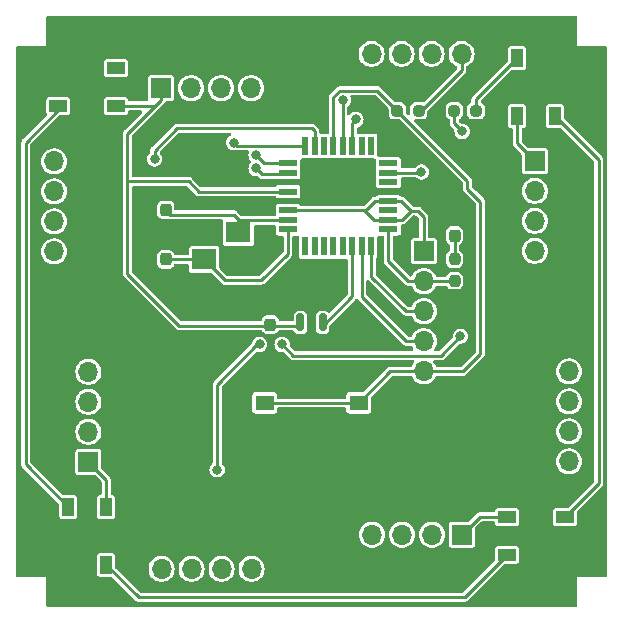
<source format=gtl>
G04 #@! TF.GenerationSoftware,KiCad,Pcbnew,7.0.2-6a45011f42~172~ubuntu22.04.1*
G04 #@! TF.CreationDate,2023-05-08T10:08:59-04:00*
G04 #@! TF.ProjectId,v2,76322e6b-6963-4616-945f-706362585858,rev?*
G04 #@! TF.SameCoordinates,Original*
G04 #@! TF.FileFunction,Copper,L1,Top*
G04 #@! TF.FilePolarity,Positive*
%FSLAX46Y46*%
G04 Gerber Fmt 4.6, Leading zero omitted, Abs format (unit mm)*
G04 Created by KiCad (PCBNEW 7.0.2-6a45011f42~172~ubuntu22.04.1) date 2023-05-08 10:08:59*
%MOMM*%
%LPD*%
G01*
G04 APERTURE LIST*
G04 Aperture macros list*
%AMRoundRect*
0 Rectangle with rounded corners*
0 $1 Rounding radius*
0 $2 $3 $4 $5 $6 $7 $8 $9 X,Y pos of 4 corners*
0 Add a 4 corners polygon primitive as box body*
4,1,4,$2,$3,$4,$5,$6,$7,$8,$9,$2,$3,0*
0 Add four circle primitives for the rounded corners*
1,1,$1+$1,$2,$3*
1,1,$1+$1,$4,$5*
1,1,$1+$1,$6,$7*
1,1,$1+$1,$8,$9*
0 Add four rect primitives between the rounded corners*
20,1,$1+$1,$2,$3,$4,$5,0*
20,1,$1+$1,$4,$5,$6,$7,0*
20,1,$1+$1,$6,$7,$8,$9,0*
20,1,$1+$1,$8,$9,$2,$3,0*%
G04 Aperture macros list end*
G04 #@! TA.AperFunction,SMDPad,CuDef*
%ADD10RoundRect,0.237500X0.237500X-0.250000X0.237500X0.250000X-0.237500X0.250000X-0.237500X-0.250000X0*%
G04 #@! TD*
G04 #@! TA.AperFunction,SMDPad,CuDef*
%ADD11RoundRect,0.237500X-0.237500X0.287500X-0.237500X-0.287500X0.237500X-0.287500X0.237500X0.287500X0*%
G04 #@! TD*
G04 #@! TA.AperFunction,SMDPad,CuDef*
%ADD12RoundRect,0.237500X0.237500X-0.300000X0.237500X0.300000X-0.237500X0.300000X-0.237500X-0.300000X0*%
G04 #@! TD*
G04 #@! TA.AperFunction,SMDPad,CuDef*
%ADD13RoundRect,0.150000X0.150000X-0.587500X0.150000X0.587500X-0.150000X0.587500X-0.150000X-0.587500X0*%
G04 #@! TD*
G04 #@! TA.AperFunction,SMDPad,CuDef*
%ADD14R,1.550000X1.300000*%
G04 #@! TD*
G04 #@! TA.AperFunction,SMDPad,CuDef*
%ADD15R,2.100000X1.800000*%
G04 #@! TD*
G04 #@! TA.AperFunction,SMDPad,CuDef*
%ADD16R,1.500000X1.000000*%
G04 #@! TD*
G04 #@! TA.AperFunction,SMDPad,CuDef*
%ADD17RoundRect,0.237500X-0.250000X-0.237500X0.250000X-0.237500X0.250000X0.237500X-0.250000X0.237500X0*%
G04 #@! TD*
G04 #@! TA.AperFunction,ComponentPad*
%ADD18O,1.700000X1.700000*%
G04 #@! TD*
G04 #@! TA.AperFunction,ComponentPad*
%ADD19R,1.700000X1.700000*%
G04 #@! TD*
G04 #@! TA.AperFunction,SMDPad,CuDef*
%ADD20R,1.600000X0.550000*%
G04 #@! TD*
G04 #@! TA.AperFunction,SMDPad,CuDef*
%ADD21R,0.550000X1.600000*%
G04 #@! TD*
G04 #@! TA.AperFunction,SMDPad,CuDef*
%ADD22R,1.000000X1.500000*%
G04 #@! TD*
G04 #@! TA.AperFunction,SMDPad,CuDef*
%ADD23RoundRect,0.237500X-0.237500X0.300000X-0.237500X-0.300000X0.237500X-0.300000X0.237500X0.300000X0*%
G04 #@! TD*
G04 #@! TA.AperFunction,ViaPad*
%ADD24C,0.800000*%
G04 #@! TD*
G04 #@! TA.AperFunction,Conductor*
%ADD25C,0.250000*%
G04 #@! TD*
G04 #@! TA.AperFunction,Conductor*
%ADD26C,0.500000*%
G04 #@! TD*
G04 APERTURE END LIST*
D10*
X112100000Y-97400000D03*
X112100000Y-95575000D03*
D11*
X112100000Y-93575000D03*
X112100000Y-91825000D03*
D12*
X96500000Y-101125000D03*
X96500000Y-99400000D03*
D13*
X99050000Y-100937500D03*
X100950000Y-100937500D03*
X100000000Y-99062500D03*
D14*
X96020000Y-107750000D03*
X103980000Y-107750000D03*
X96020000Y-112250000D03*
X103980000Y-112250000D03*
D15*
X93800000Y-93300000D03*
X90900000Y-93300000D03*
X90900000Y-95600000D03*
X93800000Y-95600000D03*
D16*
X78550000Y-79400000D03*
X78550000Y-82600000D03*
X83450000Y-82600000D03*
X83450000Y-79400000D03*
D17*
X107250000Y-83000000D03*
X109075000Y-83000000D03*
D18*
X87300000Y-121800000D03*
X89840000Y-121800000D03*
X92380000Y-121800000D03*
X94920000Y-121800000D03*
D19*
X97460000Y-121800000D03*
D20*
X98000000Y-87450000D03*
X98000000Y-88250000D03*
X98000000Y-89050000D03*
X98000000Y-89850000D03*
X98000000Y-90650000D03*
X98000000Y-91450000D03*
X98000000Y-92250000D03*
X98000000Y-93050000D03*
D21*
X99450000Y-94500000D03*
X100250000Y-94500000D03*
X101050000Y-94500000D03*
X101850000Y-94500000D03*
X102650000Y-94500000D03*
X103450000Y-94500000D03*
X104250000Y-94500000D03*
X105050000Y-94500000D03*
D20*
X106500000Y-93050000D03*
X106500000Y-92250000D03*
X106500000Y-91450000D03*
X106500000Y-90650000D03*
X106500000Y-89850000D03*
X106500000Y-89050000D03*
X106500000Y-88250000D03*
X106500000Y-87450000D03*
D21*
X105050000Y-86000000D03*
X104250000Y-86000000D03*
X103450000Y-86000000D03*
X102650000Y-86000000D03*
X101850000Y-86000000D03*
X101050000Y-86000000D03*
X100250000Y-86000000D03*
X99450000Y-86000000D03*
D18*
X109500000Y-107600000D03*
X109500000Y-105060000D03*
X109500000Y-102520000D03*
X109500000Y-99980000D03*
X109500000Y-97440000D03*
D19*
X109500000Y-94900000D03*
D22*
X120600000Y-78550000D03*
X117400000Y-78550000D03*
X117400000Y-83450000D03*
X120600000Y-83450000D03*
D19*
X102540000Y-78200000D03*
D18*
X105080000Y-78200000D03*
X107620000Y-78200000D03*
X110160000Y-78200000D03*
X112700000Y-78200000D03*
D23*
X87650000Y-91400000D03*
X87650000Y-93125000D03*
D18*
X121800000Y-112700000D03*
X121800000Y-110160000D03*
X121800000Y-107620000D03*
X121800000Y-105080000D03*
D19*
X121800000Y-102540000D03*
X81100000Y-112740000D03*
D18*
X81100000Y-110200000D03*
X81100000Y-107660000D03*
X81100000Y-105120000D03*
X81100000Y-102580000D03*
D17*
X112087500Y-83000000D03*
X113912500Y-83000000D03*
D16*
X121450000Y-120600000D03*
X121450000Y-117400000D03*
X116550000Y-117400000D03*
X116550000Y-120600000D03*
D22*
X79400000Y-121450000D03*
X82600000Y-121450000D03*
X82600000Y-116550000D03*
X79400000Y-116550000D03*
D19*
X118900000Y-87260000D03*
D18*
X118900000Y-89800000D03*
X118900000Y-92340000D03*
X118900000Y-94880000D03*
X118900000Y-97420000D03*
X78200000Y-87300000D03*
X78200000Y-89840000D03*
X78200000Y-92380000D03*
X78200000Y-94920000D03*
D19*
X78200000Y-97460000D03*
X87260000Y-81100000D03*
D18*
X89800000Y-81100000D03*
X92340000Y-81100000D03*
X94880000Y-81100000D03*
X97420000Y-81100000D03*
X102580000Y-118900000D03*
X105120000Y-118900000D03*
X107660000Y-118900000D03*
X110200000Y-118900000D03*
D19*
X112740000Y-118900000D03*
D23*
X87650000Y-95587500D03*
X87650000Y-97312500D03*
D24*
X112600000Y-102100000D03*
X97500000Y-102800000D03*
X92000000Y-113400000D03*
X95600000Y-102800000D03*
X103750000Y-83750000D03*
X102697655Y-82097655D03*
X112750000Y-84750000D03*
X109300000Y-88200000D03*
X95300000Y-86774500D03*
X95300000Y-87900000D03*
X86700000Y-87100000D03*
X93400000Y-85700000D03*
D25*
X117400000Y-83450000D02*
X117400000Y-85760000D01*
X117400000Y-85760000D02*
X118900000Y-87260000D01*
X112700000Y-79600000D02*
X112700000Y-78200000D01*
X87260000Y-82100000D02*
X87260000Y-81100000D01*
X116550000Y-117400000D02*
X114240000Y-117400000D01*
X114240000Y-117400000D02*
X112740000Y-118900000D01*
X82600000Y-116550000D02*
X82600000Y-114240000D01*
X82600000Y-114240000D02*
X81100000Y-112740000D01*
X102697655Y-82097655D02*
X102650000Y-82145310D01*
X102650000Y-82145310D02*
X102650000Y-86000000D01*
X101850000Y-86000000D02*
X101850000Y-81850000D01*
X101850000Y-81850000D02*
X102400000Y-81300000D01*
X102400000Y-81300000D02*
X105550000Y-81300000D01*
X105550000Y-81300000D02*
X107250000Y-83000000D01*
X99050000Y-101200000D02*
X88800000Y-101200000D01*
X84400000Y-96800000D02*
X88800000Y-101200000D01*
X84400000Y-89000000D02*
X84400000Y-96800000D01*
X89600000Y-89000000D02*
X84400000Y-89000000D01*
X87260000Y-82100000D02*
X84400000Y-84960000D01*
X84400000Y-84960000D02*
X84400000Y-89000000D01*
X83450000Y-82600000D02*
X86760000Y-82600000D01*
X93800000Y-92200000D02*
X93400000Y-91800000D01*
X93400000Y-91800000D02*
X88050000Y-91800000D01*
X88050000Y-91800000D02*
X87650000Y-91400000D01*
X98000000Y-91450000D02*
X104450000Y-91450000D01*
X104450000Y-91450000D02*
X104500000Y-91500000D01*
X110955000Y-103745000D02*
X112600000Y-102100000D01*
X98445000Y-103745000D02*
X110955000Y-103745000D01*
X97500000Y-102800000D02*
X98445000Y-103745000D01*
X103980000Y-107750000D02*
X106670000Y-105060000D01*
X106670000Y-105060000D02*
X112840000Y-105060000D01*
X113200000Y-89600000D02*
X113200000Y-88950000D01*
X112840000Y-105060000D02*
X114300000Y-103600000D01*
X114300000Y-90700000D02*
X113200000Y-89600000D01*
X114300000Y-103600000D02*
X114300000Y-90700000D01*
X113200000Y-88950000D02*
X107250000Y-83000000D01*
X95300000Y-87900000D02*
X95800000Y-88400000D01*
X95800000Y-88400000D02*
X97850000Y-88400000D01*
X97850000Y-88400000D02*
X98000000Y-88250000D01*
X95300000Y-86774500D02*
X95975500Y-87450000D01*
X95975500Y-87450000D02*
X98000000Y-87450000D01*
X86700000Y-87100000D02*
X86700000Y-86400000D01*
X86700000Y-86400000D02*
X88600000Y-84500000D01*
X88600000Y-84500000D02*
X100025000Y-84500000D01*
X100025000Y-84500000D02*
X100250000Y-84725000D01*
X100250000Y-84725000D02*
X100250000Y-86000000D01*
X95600000Y-102800000D02*
X95400000Y-102800000D01*
X95400000Y-102800000D02*
X92000000Y-106200000D01*
X92000000Y-106200000D02*
X92000000Y-113400000D01*
X93400000Y-85700000D02*
X93700000Y-86000000D01*
X93700000Y-86000000D02*
X99450000Y-86000000D01*
X121450000Y-117400000D02*
X124300000Y-114550000D01*
X124300000Y-114550000D02*
X124300000Y-87150000D01*
X124300000Y-87150000D02*
X120600000Y-83450000D01*
X82600000Y-121450000D02*
X85350000Y-124200000D01*
X85350000Y-124200000D02*
X112950000Y-124200000D01*
X112950000Y-124200000D02*
X116550000Y-120600000D01*
X78550000Y-82600000D02*
X78550000Y-82950000D01*
X78550000Y-82950000D02*
X75800000Y-85700000D01*
X75800000Y-85700000D02*
X75800000Y-112950000D01*
X75800000Y-112950000D02*
X79400000Y-116550000D01*
X112100000Y-97400000D02*
X112060000Y-97440000D01*
X112060000Y-97440000D02*
X109500000Y-97440000D01*
X112100000Y-95575000D02*
X112100000Y-93575000D01*
X108425000Y-91500000D02*
X109000000Y-91500000D01*
X109000000Y-91500000D02*
X109500000Y-92000000D01*
X109500000Y-92000000D02*
X109500000Y-94900000D01*
X112700000Y-79600000D02*
X109300000Y-83000000D01*
D26*
X109300000Y-83000000D02*
X109075000Y-83000000D01*
D25*
X106500000Y-88250000D02*
X109250000Y-88250000D01*
X109250000Y-88250000D02*
X109300000Y-88200000D01*
X103980000Y-107750000D02*
X96020000Y-107750000D01*
X90900000Y-93300000D02*
X91100000Y-93300000D01*
X91100000Y-93300000D02*
X93400000Y-95600000D01*
X93400000Y-95600000D02*
X93800000Y-95600000D01*
X93800000Y-92200000D02*
X93900000Y-92300000D01*
X93900000Y-92300000D02*
X97950000Y-92300000D01*
X97950000Y-92300000D02*
X98000000Y-92250000D01*
X93800000Y-92200000D02*
X93800000Y-93300000D01*
X95750000Y-97350000D02*
X98000000Y-95100000D01*
X98000000Y-95100000D02*
X98000000Y-93050000D01*
X95750000Y-97350000D02*
X92650000Y-97350000D01*
X92650000Y-97350000D02*
X90900000Y-95600000D01*
X87650000Y-95587500D02*
X87662500Y-95600000D01*
X87662500Y-95600000D02*
X90900000Y-95600000D01*
X98000000Y-89850000D02*
X90450000Y-89850000D01*
X90450000Y-89850000D02*
X89600000Y-89000000D01*
X113912500Y-83000000D02*
X113912500Y-82037500D01*
X113912500Y-82037500D02*
X117400000Y-78550000D01*
X105250000Y-92250000D02*
X106500000Y-92250000D01*
X106500000Y-90650000D02*
X107575000Y-90650000D01*
X104500000Y-91500000D02*
X105250000Y-92250000D01*
X105350000Y-90650000D02*
X104500000Y-91500000D01*
X106500000Y-92250000D02*
X107675000Y-92250000D01*
X107575000Y-90650000D02*
X108425000Y-91500000D01*
X107675000Y-92250000D02*
X108425000Y-91500000D01*
X106500000Y-90650000D02*
X105350000Y-90650000D01*
X103450000Y-86000000D02*
X103450000Y-84050000D01*
X103450000Y-84050000D02*
X103750000Y-83750000D01*
X108190000Y-97440000D02*
X110000000Y-97440000D01*
X106500000Y-95750000D02*
X108190000Y-97440000D01*
X106500000Y-93050000D02*
X106500000Y-95750000D01*
X105050000Y-97050000D02*
X107980000Y-99980000D01*
X105050000Y-94500000D02*
X105050000Y-97050000D01*
X107980000Y-99980000D02*
X110000000Y-99980000D01*
X108020000Y-102520000D02*
X110000000Y-102520000D01*
X104250000Y-94500000D02*
X104250000Y-98750000D01*
X104250000Y-98750000D02*
X108020000Y-102520000D01*
X112087500Y-83000000D02*
X112087500Y-84087500D01*
X112087500Y-84087500D02*
X112750000Y-84750000D01*
X103450000Y-94500000D02*
X103450000Y-98700000D01*
X103450000Y-98700000D02*
X100950000Y-101200000D01*
G04 #@! TA.AperFunction,Conductor*
G36*
X122442539Y-75020185D02*
G01*
X122488294Y-75072989D01*
X122499500Y-75124500D01*
X122499500Y-77475467D01*
X122499416Y-77475889D01*
X122499459Y-77500000D01*
X122499501Y-77500101D01*
X122499616Y-77500382D01*
X122499618Y-77500384D01*
X122499808Y-77500462D01*
X122500000Y-77500541D01*
X122500002Y-77500539D01*
X122524616Y-77500524D01*
X122524616Y-77500528D01*
X122524760Y-77500500D01*
X124875500Y-77500500D01*
X124942539Y-77520185D01*
X124988294Y-77572989D01*
X124999500Y-77624500D01*
X124999500Y-122375500D01*
X124979815Y-122442539D01*
X124927011Y-122488294D01*
X124875500Y-122499500D01*
X122524760Y-122499500D01*
X122524554Y-122499459D01*
X122499999Y-122499459D01*
X122499900Y-122499500D01*
X122499618Y-122499615D01*
X122499615Y-122499618D01*
X122499459Y-122499999D01*
X122499476Y-122524616D01*
X122499471Y-122524616D01*
X122499500Y-122524759D01*
X122499500Y-124875500D01*
X122479815Y-124942539D01*
X122427011Y-124988294D01*
X122375500Y-124999500D01*
X77624500Y-124999500D01*
X77557461Y-124979815D01*
X77511706Y-124927011D01*
X77500500Y-124875500D01*
X77500500Y-122524759D01*
X77500528Y-122524616D01*
X77500524Y-122524616D01*
X77500539Y-122500002D01*
X77500541Y-122500000D01*
X77500462Y-122499808D01*
X77500384Y-122499618D01*
X77500383Y-122499617D01*
X77500379Y-122499615D01*
X77500097Y-122499499D01*
X77500000Y-122499459D01*
X77475446Y-122499459D01*
X77475240Y-122499500D01*
X75124500Y-122499500D01*
X75057461Y-122479815D01*
X75011706Y-122427011D01*
X75000500Y-122375500D01*
X75000500Y-122224674D01*
X81849500Y-122224674D01*
X81864033Y-122297738D01*
X81864033Y-122297739D01*
X81864034Y-122297740D01*
X81919399Y-122380601D01*
X82002260Y-122435966D01*
X82035304Y-122442539D01*
X82075325Y-122450500D01*
X82075326Y-122450500D01*
X83018101Y-122450500D01*
X83085140Y-122470185D01*
X83105782Y-122486819D01*
X85047850Y-124428887D01*
X85063977Y-124448746D01*
X85069916Y-124457836D01*
X85094894Y-124477277D01*
X85106412Y-124487449D01*
X85106481Y-124487518D01*
X85123389Y-124499590D01*
X85127494Y-124502650D01*
X85136713Y-124509826D01*
X85175044Y-124539660D01*
X85175233Y-124539757D01*
X85182801Y-124542010D01*
X85232959Y-124556943D01*
X85237819Y-124558499D01*
X85287340Y-124575500D01*
X85287342Y-124575500D01*
X85294796Y-124578059D01*
X85295029Y-124578093D01*
X85302908Y-124577767D01*
X85302911Y-124577768D01*
X85355192Y-124575605D01*
X85360315Y-124575500D01*
X112898195Y-124575500D01*
X112923641Y-124578139D01*
X112927440Y-124578935D01*
X112934268Y-124580367D01*
X112964138Y-124576643D01*
X112965677Y-124576452D01*
X112981014Y-124575500D01*
X112981111Y-124575500D01*
X112981114Y-124575500D01*
X113001643Y-124572073D01*
X113006659Y-124571342D01*
X113058626Y-124564866D01*
X113058628Y-124564864D01*
X113066457Y-124563889D01*
X113066666Y-124563822D01*
X113073607Y-124560065D01*
X113073610Y-124560065D01*
X113119666Y-124535140D01*
X113124144Y-124532835D01*
X113171211Y-124509826D01*
X113171212Y-124509824D01*
X113178308Y-124506356D01*
X113178476Y-124506230D01*
X113183824Y-124500419D01*
X113183826Y-124500419D01*
X113219294Y-124461889D01*
X113222795Y-124458240D01*
X116294218Y-121386819D01*
X116355542Y-121353334D01*
X116381900Y-121350500D01*
X117324675Y-121350500D01*
X117349029Y-121345655D01*
X117397740Y-121335966D01*
X117480601Y-121280601D01*
X117535966Y-121197740D01*
X117550500Y-121124674D01*
X117550500Y-120075326D01*
X117535966Y-120002260D01*
X117480601Y-119919399D01*
X117397740Y-119864034D01*
X117397739Y-119864033D01*
X117397738Y-119864033D01*
X117324675Y-119849500D01*
X117324674Y-119849500D01*
X115775326Y-119849500D01*
X115775325Y-119849500D01*
X115702261Y-119864033D01*
X115619399Y-119919399D01*
X115564033Y-120002261D01*
X115549500Y-120075325D01*
X115549500Y-121018100D01*
X115529815Y-121085139D01*
X115513181Y-121105781D01*
X112830781Y-123788181D01*
X112769458Y-123821666D01*
X112743100Y-123824500D01*
X85556899Y-123824500D01*
X85489860Y-123804815D01*
X85469218Y-123788181D01*
X83481038Y-121800000D01*
X86194785Y-121800000D01*
X86213602Y-122003083D01*
X86269418Y-122199251D01*
X86360324Y-122381818D01*
X86483236Y-122544580D01*
X86633958Y-122681981D01*
X86807361Y-122789347D01*
X86807363Y-122789348D01*
X86997544Y-122863024D01*
X87198024Y-122900500D01*
X87198026Y-122900500D01*
X87401974Y-122900500D01*
X87401976Y-122900500D01*
X87602456Y-122863024D01*
X87792637Y-122789348D01*
X87966041Y-122681981D01*
X88116764Y-122544579D01*
X88239673Y-122381821D01*
X88239673Y-122381819D01*
X88239675Y-122381818D01*
X88317922Y-122224674D01*
X88330582Y-122199250D01*
X88386397Y-122003083D01*
X88405215Y-121800000D01*
X88734785Y-121800000D01*
X88753602Y-122003083D01*
X88809418Y-122199251D01*
X88900324Y-122381818D01*
X89023236Y-122544580D01*
X89173958Y-122681981D01*
X89347361Y-122789347D01*
X89347363Y-122789348D01*
X89537544Y-122863024D01*
X89738024Y-122900500D01*
X89738026Y-122900500D01*
X89941974Y-122900500D01*
X89941976Y-122900500D01*
X90142456Y-122863024D01*
X90332637Y-122789348D01*
X90506041Y-122681981D01*
X90656764Y-122544579D01*
X90779673Y-122381821D01*
X90779673Y-122381819D01*
X90779675Y-122381818D01*
X90857922Y-122224674D01*
X90870582Y-122199250D01*
X90926397Y-122003083D01*
X90945215Y-121800000D01*
X91274785Y-121800000D01*
X91293602Y-122003083D01*
X91349418Y-122199251D01*
X91440324Y-122381818D01*
X91563236Y-122544580D01*
X91713958Y-122681981D01*
X91887361Y-122789347D01*
X91887363Y-122789348D01*
X92077544Y-122863024D01*
X92278024Y-122900500D01*
X92278026Y-122900500D01*
X92481974Y-122900500D01*
X92481976Y-122900500D01*
X92682456Y-122863024D01*
X92872637Y-122789348D01*
X93046041Y-122681981D01*
X93196764Y-122544579D01*
X93319673Y-122381821D01*
X93319673Y-122381819D01*
X93319675Y-122381818D01*
X93397922Y-122224674D01*
X93410582Y-122199250D01*
X93466397Y-122003083D01*
X93485215Y-121800000D01*
X93814785Y-121800000D01*
X93833602Y-122003083D01*
X93889418Y-122199251D01*
X93980324Y-122381818D01*
X94103236Y-122544580D01*
X94253958Y-122681981D01*
X94427361Y-122789347D01*
X94427363Y-122789348D01*
X94617544Y-122863024D01*
X94818024Y-122900500D01*
X94818026Y-122900500D01*
X95021974Y-122900500D01*
X95021976Y-122900500D01*
X95222456Y-122863024D01*
X95412637Y-122789348D01*
X95586041Y-122681981D01*
X95736764Y-122544579D01*
X95859673Y-122381821D01*
X95859673Y-122381819D01*
X95859675Y-122381818D01*
X95937922Y-122224674D01*
X95950582Y-122199250D01*
X96006397Y-122003083D01*
X96025215Y-121800000D01*
X96006397Y-121596917D01*
X95950582Y-121400750D01*
X95918324Y-121335966D01*
X95859675Y-121218181D01*
X95736763Y-121055419D01*
X95586041Y-120918018D01*
X95412638Y-120810652D01*
X95222457Y-120736976D01*
X95155629Y-120724483D01*
X95021976Y-120699500D01*
X94818024Y-120699500D01*
X94717783Y-120718238D01*
X94617542Y-120736976D01*
X94427361Y-120810652D01*
X94253958Y-120918018D01*
X94103236Y-121055419D01*
X93980324Y-121218181D01*
X93889418Y-121400748D01*
X93833602Y-121596916D01*
X93814785Y-121800000D01*
X93485215Y-121800000D01*
X93466397Y-121596917D01*
X93410582Y-121400750D01*
X93378324Y-121335966D01*
X93319675Y-121218181D01*
X93196763Y-121055419D01*
X93046041Y-120918018D01*
X92872638Y-120810652D01*
X92682457Y-120736976D01*
X92615629Y-120724483D01*
X92481976Y-120699500D01*
X92278024Y-120699500D01*
X92177784Y-120718238D01*
X92077542Y-120736976D01*
X91887361Y-120810652D01*
X91713958Y-120918018D01*
X91563236Y-121055419D01*
X91440324Y-121218181D01*
X91349418Y-121400748D01*
X91293602Y-121596916D01*
X91274785Y-121800000D01*
X90945215Y-121800000D01*
X90926397Y-121596917D01*
X90870582Y-121400750D01*
X90838324Y-121335966D01*
X90779675Y-121218181D01*
X90656763Y-121055419D01*
X90506041Y-120918018D01*
X90332638Y-120810652D01*
X90142457Y-120736976D01*
X90075629Y-120724483D01*
X89941976Y-120699500D01*
X89738024Y-120699500D01*
X89637783Y-120718238D01*
X89537542Y-120736976D01*
X89347361Y-120810652D01*
X89173958Y-120918018D01*
X89023236Y-121055419D01*
X88900324Y-121218181D01*
X88809418Y-121400748D01*
X88753602Y-121596916D01*
X88734785Y-121800000D01*
X88405215Y-121800000D01*
X88386397Y-121596917D01*
X88330582Y-121400750D01*
X88298324Y-121335966D01*
X88239675Y-121218181D01*
X88116763Y-121055419D01*
X87966041Y-120918018D01*
X87792638Y-120810652D01*
X87602457Y-120736976D01*
X87535629Y-120724483D01*
X87401976Y-120699500D01*
X87198024Y-120699500D01*
X87097784Y-120718238D01*
X86997542Y-120736976D01*
X86807361Y-120810652D01*
X86633958Y-120918018D01*
X86483236Y-121055419D01*
X86360324Y-121218181D01*
X86269418Y-121400748D01*
X86213602Y-121596916D01*
X86194785Y-121800000D01*
X83481038Y-121800000D01*
X83386819Y-121705781D01*
X83353334Y-121644458D01*
X83350500Y-121618100D01*
X83350500Y-120675325D01*
X83335966Y-120602261D01*
X83335966Y-120602260D01*
X83280601Y-120519399D01*
X83197740Y-120464034D01*
X83197739Y-120464033D01*
X83197738Y-120464033D01*
X83124675Y-120449500D01*
X83124674Y-120449500D01*
X82075326Y-120449500D01*
X82075325Y-120449500D01*
X82002261Y-120464033D01*
X81919399Y-120519399D01*
X81864033Y-120602261D01*
X81849500Y-120675325D01*
X81849500Y-122224674D01*
X75000500Y-122224674D01*
X75000500Y-118900000D01*
X104014785Y-118900000D01*
X104033602Y-119103083D01*
X104089418Y-119299251D01*
X104180324Y-119481818D01*
X104303236Y-119644580D01*
X104453958Y-119781981D01*
X104586479Y-119864034D01*
X104627363Y-119889348D01*
X104817544Y-119963024D01*
X105018024Y-120000500D01*
X105018026Y-120000500D01*
X105221974Y-120000500D01*
X105221976Y-120000500D01*
X105422456Y-119963024D01*
X105612637Y-119889348D01*
X105786041Y-119781981D01*
X105936764Y-119644579D01*
X106059673Y-119481821D01*
X106059673Y-119481819D01*
X106059675Y-119481818D01*
X106105313Y-119390161D01*
X106150582Y-119299250D01*
X106206397Y-119103083D01*
X106225215Y-118900000D01*
X106554785Y-118900000D01*
X106573602Y-119103083D01*
X106629418Y-119299251D01*
X106720324Y-119481818D01*
X106843236Y-119644580D01*
X106993958Y-119781981D01*
X107126479Y-119864034D01*
X107167363Y-119889348D01*
X107357544Y-119963024D01*
X107558024Y-120000500D01*
X107558026Y-120000500D01*
X107761974Y-120000500D01*
X107761976Y-120000500D01*
X107962456Y-119963024D01*
X108152637Y-119889348D01*
X108326041Y-119781981D01*
X108476764Y-119644579D01*
X108599673Y-119481821D01*
X108599673Y-119481819D01*
X108599675Y-119481818D01*
X108645313Y-119390161D01*
X108690582Y-119299250D01*
X108746397Y-119103083D01*
X108765215Y-118900000D01*
X109094785Y-118900000D01*
X109113602Y-119103083D01*
X109169418Y-119299251D01*
X109260324Y-119481818D01*
X109383236Y-119644580D01*
X109533958Y-119781981D01*
X109666479Y-119864034D01*
X109707363Y-119889348D01*
X109897544Y-119963024D01*
X110098024Y-120000500D01*
X110098026Y-120000500D01*
X110301974Y-120000500D01*
X110301976Y-120000500D01*
X110502456Y-119963024D01*
X110692637Y-119889348D01*
X110866041Y-119781981D01*
X110874056Y-119774674D01*
X111639500Y-119774674D01*
X111654033Y-119847738D01*
X111654033Y-119847739D01*
X111654034Y-119847740D01*
X111709399Y-119930601D01*
X111792260Y-119985966D01*
X111828792Y-119993233D01*
X111865325Y-120000500D01*
X111865326Y-120000500D01*
X113614675Y-120000500D01*
X113639029Y-119995655D01*
X113687740Y-119985966D01*
X113770601Y-119930601D01*
X113825966Y-119847740D01*
X113840500Y-119774674D01*
X113840500Y-118381898D01*
X113860185Y-118314860D01*
X113876819Y-118294218D01*
X114359218Y-117811819D01*
X114420541Y-117778334D01*
X114446899Y-117775500D01*
X115425500Y-117775500D01*
X115492539Y-117795185D01*
X115538294Y-117847989D01*
X115549500Y-117899500D01*
X115549500Y-117924674D01*
X115564033Y-117997738D01*
X115564033Y-117997739D01*
X115564034Y-117997740D01*
X115619399Y-118080601D01*
X115702260Y-118135966D01*
X115738792Y-118143233D01*
X115775325Y-118150500D01*
X115775326Y-118150500D01*
X117324675Y-118150500D01*
X117349029Y-118145655D01*
X117397740Y-118135966D01*
X117480601Y-118080601D01*
X117535966Y-117997740D01*
X117550500Y-117924674D01*
X117550500Y-116875326D01*
X117535966Y-116802260D01*
X117480601Y-116719399D01*
X117397740Y-116664034D01*
X117397739Y-116664033D01*
X117397738Y-116664033D01*
X117324675Y-116649500D01*
X117324674Y-116649500D01*
X115775326Y-116649500D01*
X115775325Y-116649500D01*
X115702261Y-116664033D01*
X115619399Y-116719399D01*
X115564033Y-116802261D01*
X115549500Y-116875325D01*
X115549500Y-116900500D01*
X115529815Y-116967539D01*
X115477011Y-117013294D01*
X115425500Y-117024500D01*
X114291803Y-117024500D01*
X114266357Y-117021861D01*
X114255731Y-117019633D01*
X114224324Y-117023548D01*
X114208987Y-117024500D01*
X114208886Y-117024500D01*
X114188359Y-117027924D01*
X114183300Y-117028661D01*
X114123556Y-117036109D01*
X114123316Y-117036186D01*
X114070359Y-117064844D01*
X114065805Y-117067188D01*
X114011721Y-117093628D01*
X114011506Y-117093788D01*
X113970729Y-117138082D01*
X113967183Y-117141777D01*
X113345781Y-117763181D01*
X113284458Y-117796666D01*
X113258100Y-117799500D01*
X111865325Y-117799500D01*
X111792261Y-117814033D01*
X111709399Y-117869399D01*
X111654033Y-117952261D01*
X111639500Y-118025325D01*
X111639500Y-119774674D01*
X110874056Y-119774674D01*
X111016764Y-119644579D01*
X111139673Y-119481821D01*
X111139673Y-119481819D01*
X111139675Y-119481818D01*
X111185313Y-119390161D01*
X111230582Y-119299250D01*
X111286397Y-119103083D01*
X111305215Y-118900000D01*
X111286397Y-118696917D01*
X111230582Y-118500750D01*
X111145827Y-118330537D01*
X111139675Y-118318181D01*
X111016763Y-118155419D01*
X110866041Y-118018018D01*
X110692638Y-117910652D01*
X110502457Y-117836976D01*
X110379726Y-117814034D01*
X110301976Y-117799500D01*
X110098024Y-117799500D01*
X110032123Y-117811819D01*
X109897542Y-117836976D01*
X109707361Y-117910652D01*
X109533958Y-118018018D01*
X109383236Y-118155419D01*
X109260324Y-118318181D01*
X109169418Y-118500748D01*
X109113602Y-118696916D01*
X109094785Y-118900000D01*
X108765215Y-118900000D01*
X108746397Y-118696917D01*
X108690582Y-118500750D01*
X108605827Y-118330537D01*
X108599675Y-118318181D01*
X108476763Y-118155419D01*
X108326041Y-118018018D01*
X108152638Y-117910652D01*
X107962457Y-117836976D01*
X107839726Y-117814034D01*
X107761976Y-117799500D01*
X107558024Y-117799500D01*
X107492123Y-117811819D01*
X107357542Y-117836976D01*
X107167361Y-117910652D01*
X106993958Y-118018018D01*
X106843236Y-118155419D01*
X106720324Y-118318181D01*
X106629418Y-118500748D01*
X106573602Y-118696916D01*
X106554785Y-118900000D01*
X106225215Y-118900000D01*
X106206397Y-118696917D01*
X106150582Y-118500750D01*
X106065827Y-118330537D01*
X106059675Y-118318181D01*
X105936763Y-118155419D01*
X105786041Y-118018018D01*
X105612638Y-117910652D01*
X105422457Y-117836976D01*
X105299726Y-117814034D01*
X105221976Y-117799500D01*
X105018024Y-117799500D01*
X104952123Y-117811819D01*
X104817542Y-117836976D01*
X104627361Y-117910652D01*
X104453958Y-118018018D01*
X104303236Y-118155419D01*
X104180324Y-118318181D01*
X104089418Y-118500748D01*
X104033602Y-118696916D01*
X104014785Y-118900000D01*
X75000500Y-118900000D01*
X75000500Y-112934267D01*
X75419633Y-112934267D01*
X75423548Y-112965676D01*
X75424500Y-112981013D01*
X75424500Y-112981116D01*
X75427918Y-113001602D01*
X75428657Y-113006670D01*
X75436107Y-113066438D01*
X75436185Y-113066682D01*
X75464827Y-113119608D01*
X75467171Y-113124162D01*
X75493634Y-113178292D01*
X75493777Y-113178482D01*
X75499579Y-113183824D01*
X75499581Y-113183826D01*
X75538108Y-113219293D01*
X75541780Y-113222817D01*
X78613181Y-116294218D01*
X78646666Y-116355541D01*
X78649500Y-116381899D01*
X78649500Y-117324674D01*
X78664033Y-117397738D01*
X78664033Y-117397739D01*
X78664034Y-117397740D01*
X78719399Y-117480601D01*
X78802260Y-117535966D01*
X78838792Y-117543233D01*
X78875325Y-117550500D01*
X78875326Y-117550500D01*
X79924675Y-117550500D01*
X79949029Y-117545655D01*
X79997740Y-117535966D01*
X80080601Y-117480601D01*
X80135966Y-117397740D01*
X80150500Y-117324674D01*
X80150500Y-115775326D01*
X80135966Y-115702260D01*
X80080601Y-115619399D01*
X79997740Y-115564034D01*
X79997739Y-115564033D01*
X79997738Y-115564033D01*
X79924675Y-115549500D01*
X79924674Y-115549500D01*
X78981899Y-115549500D01*
X78914860Y-115529815D01*
X78894218Y-115513181D01*
X76995712Y-113614674D01*
X79999500Y-113614674D01*
X80014033Y-113687738D01*
X80014033Y-113687739D01*
X80014034Y-113687740D01*
X80069399Y-113770601D01*
X80152260Y-113825966D01*
X80188792Y-113833233D01*
X80225325Y-113840500D01*
X80225326Y-113840500D01*
X81618101Y-113840500D01*
X81685140Y-113860185D01*
X81705782Y-113876819D01*
X82188181Y-114359217D01*
X82221666Y-114420540D01*
X82224500Y-114446898D01*
X82224500Y-115425500D01*
X82204815Y-115492539D01*
X82152011Y-115538294D01*
X82100500Y-115549500D01*
X82075325Y-115549500D01*
X82002261Y-115564033D01*
X81919399Y-115619399D01*
X81864033Y-115702261D01*
X81849500Y-115775325D01*
X81849500Y-117324674D01*
X81864033Y-117397738D01*
X81864033Y-117397739D01*
X81864034Y-117397740D01*
X81919399Y-117480601D01*
X82002260Y-117535966D01*
X82038792Y-117543233D01*
X82075325Y-117550500D01*
X82075326Y-117550500D01*
X83124675Y-117550500D01*
X83149029Y-117545655D01*
X83197740Y-117535966D01*
X83280601Y-117480601D01*
X83335966Y-117397740D01*
X83350500Y-117324674D01*
X83350500Y-115775326D01*
X83335966Y-115702260D01*
X83280601Y-115619399D01*
X83197740Y-115564034D01*
X83197739Y-115564033D01*
X83197738Y-115564033D01*
X83124675Y-115549500D01*
X83124674Y-115549500D01*
X83099500Y-115549500D01*
X83032461Y-115529815D01*
X82986706Y-115477011D01*
X82975500Y-115425500D01*
X82975500Y-114291803D01*
X82978139Y-114266357D01*
X82978365Y-114265274D01*
X82980367Y-114255731D01*
X82976452Y-114224323D01*
X82975500Y-114208986D01*
X82975500Y-114208889D01*
X82975500Y-114208888D01*
X82975500Y-114208886D01*
X82972070Y-114188336D01*
X82971342Y-114183340D01*
X82964865Y-114131374D01*
X82964864Y-114131373D01*
X82963888Y-114123538D01*
X82963821Y-114123331D01*
X82935160Y-114070368D01*
X82932814Y-114065812D01*
X82909826Y-114018788D01*
X82909825Y-114018787D01*
X82906361Y-114011701D01*
X82906225Y-114011519D01*
X82900419Y-114006174D01*
X82861904Y-113970718D01*
X82858231Y-113967193D01*
X82291039Y-113400000D01*
X91344721Y-113400000D01*
X91363763Y-113556818D01*
X91419780Y-113704523D01*
X91509515Y-113834528D01*
X91509516Y-113834529D01*
X91509517Y-113834530D01*
X91627760Y-113939283D01*
X91767635Y-114012696D01*
X91921015Y-114050500D01*
X92078985Y-114050500D01*
X92232365Y-114012696D01*
X92372240Y-113939283D01*
X92490483Y-113834530D01*
X92580220Y-113704523D01*
X92636237Y-113556818D01*
X92655278Y-113400000D01*
X92636237Y-113243182D01*
X92580220Y-113095477D01*
X92501283Y-112981116D01*
X92490482Y-112965468D01*
X92417273Y-112900611D01*
X92380146Y-112841422D01*
X92375500Y-112807796D01*
X92375500Y-112699999D01*
X120694785Y-112699999D01*
X120713602Y-112903083D01*
X120769418Y-113099251D01*
X120860324Y-113281818D01*
X120983236Y-113444580D01*
X121133958Y-113581981D01*
X121304766Y-113687740D01*
X121307363Y-113689348D01*
X121497544Y-113763024D01*
X121698024Y-113800500D01*
X121698026Y-113800500D01*
X121901974Y-113800500D01*
X121901976Y-113800500D01*
X122102456Y-113763024D01*
X122292637Y-113689348D01*
X122466041Y-113581981D01*
X122616764Y-113444579D01*
X122739673Y-113281821D01*
X122739673Y-113281819D01*
X122739675Y-113281818D01*
X122820445Y-113119608D01*
X122830582Y-113099250D01*
X122886397Y-112903083D01*
X122905215Y-112700000D01*
X122886397Y-112496917D01*
X122830582Y-112300750D01*
X122830209Y-112300001D01*
X122739675Y-112118181D01*
X122616763Y-111955419D01*
X122466041Y-111818018D01*
X122292638Y-111710652D01*
X122102457Y-111636976D01*
X122035629Y-111624483D01*
X121901976Y-111599500D01*
X121698024Y-111599500D01*
X121597783Y-111618238D01*
X121497542Y-111636976D01*
X121307361Y-111710652D01*
X121133958Y-111818018D01*
X120983236Y-111955419D01*
X120860324Y-112118181D01*
X120769418Y-112300748D01*
X120713602Y-112496916D01*
X120694785Y-112699999D01*
X92375500Y-112699999D01*
X92375500Y-110160000D01*
X120694785Y-110160000D01*
X120713602Y-110363083D01*
X120769418Y-110559251D01*
X120860324Y-110741818D01*
X120983236Y-110904580D01*
X121133958Y-111041981D01*
X121198561Y-111081981D01*
X121307363Y-111149348D01*
X121497544Y-111223024D01*
X121698024Y-111260500D01*
X121698026Y-111260500D01*
X121901974Y-111260500D01*
X121901976Y-111260500D01*
X122102456Y-111223024D01*
X122292637Y-111149348D01*
X122466041Y-111041981D01*
X122616764Y-110904579D01*
X122739673Y-110741821D01*
X122739673Y-110741819D01*
X122739675Y-110741818D01*
X122810664Y-110599250D01*
X122830582Y-110559250D01*
X122886397Y-110363083D01*
X122905215Y-110160000D01*
X122886397Y-109956917D01*
X122830582Y-109760750D01*
X122759591Y-109618179D01*
X122739675Y-109578181D01*
X122616763Y-109415419D01*
X122466041Y-109278018D01*
X122292638Y-109170652D01*
X122102457Y-109096976D01*
X122035629Y-109084483D01*
X121901976Y-109059500D01*
X121698024Y-109059500D01*
X121597783Y-109078238D01*
X121497542Y-109096976D01*
X121307361Y-109170652D01*
X121133958Y-109278018D01*
X120983236Y-109415419D01*
X120860324Y-109578181D01*
X120769418Y-109760748D01*
X120713602Y-109956916D01*
X120694785Y-110160000D01*
X92375500Y-110160000D01*
X92375500Y-106406898D01*
X92395185Y-106339859D01*
X92411819Y-106319217D01*
X93814120Y-104916916D01*
X95278636Y-103452399D01*
X95339957Y-103418916D01*
X95395989Y-103419685D01*
X95521015Y-103450500D01*
X95678985Y-103450500D01*
X95832365Y-103412696D01*
X95972240Y-103339283D01*
X96090483Y-103234530D01*
X96180220Y-103104523D01*
X96236237Y-102956818D01*
X96255278Y-102800000D01*
X96236237Y-102643182D01*
X96180220Y-102495477D01*
X96090483Y-102365470D01*
X95972240Y-102260717D01*
X95958449Y-102253479D01*
X95832364Y-102187303D01*
X95678985Y-102149500D01*
X95521015Y-102149500D01*
X95367635Y-102187303D01*
X95227761Y-102260716D01*
X95109515Y-102365471D01*
X95019780Y-102495476D01*
X94963763Y-102643181D01*
X94960349Y-102671295D01*
X94932725Y-102735473D01*
X94924934Y-102744027D01*
X91771108Y-105897852D01*
X91751254Y-105913976D01*
X91742165Y-105919914D01*
X91722722Y-105944894D01*
X91712563Y-105956398D01*
X91712484Y-105956476D01*
X91712479Y-105956482D01*
X91712480Y-105956482D01*
X91700390Y-105973414D01*
X91697341Y-105977504D01*
X91660354Y-106025024D01*
X91660237Y-106025253D01*
X91643057Y-106082955D01*
X91641495Y-106087831D01*
X91621941Y-106144792D01*
X91621906Y-106145034D01*
X91624394Y-106205191D01*
X91624500Y-106210315D01*
X91624500Y-112807796D01*
X91604815Y-112874835D01*
X91582727Y-112900611D01*
X91509517Y-112965468D01*
X91419780Y-113095476D01*
X91363763Y-113243181D01*
X91344721Y-113400000D01*
X82291039Y-113400000D01*
X82236819Y-113345780D01*
X82203334Y-113284457D01*
X82200500Y-113258099D01*
X82200500Y-111865325D01*
X82185966Y-111792261D01*
X82185966Y-111792260D01*
X82130601Y-111709399D01*
X82047740Y-111654034D01*
X82047739Y-111654033D01*
X82047738Y-111654033D01*
X81974675Y-111639500D01*
X81974674Y-111639500D01*
X80225326Y-111639500D01*
X80225325Y-111639500D01*
X80152261Y-111654033D01*
X80069399Y-111709399D01*
X80014033Y-111792261D01*
X79999500Y-111865325D01*
X79999500Y-113614674D01*
X76995712Y-113614674D01*
X76211819Y-112830781D01*
X76178334Y-112769458D01*
X76175500Y-112743100D01*
X76175500Y-110200000D01*
X79994785Y-110200000D01*
X80013602Y-110403083D01*
X80069418Y-110599251D01*
X80160324Y-110781818D01*
X80283236Y-110944580D01*
X80433958Y-111081981D01*
X80607361Y-111189347D01*
X80607363Y-111189348D01*
X80797544Y-111263024D01*
X80998024Y-111300500D01*
X80998026Y-111300500D01*
X81201974Y-111300500D01*
X81201976Y-111300500D01*
X81402456Y-111263024D01*
X81592637Y-111189348D01*
X81766041Y-111081981D01*
X81916764Y-110944579D01*
X82039673Y-110781821D01*
X82039673Y-110781819D01*
X82039675Y-110781818D01*
X82085313Y-110690161D01*
X82130582Y-110599250D01*
X82186397Y-110403083D01*
X82205215Y-110200000D01*
X82186397Y-109996917D01*
X82130582Y-109800750D01*
X82130209Y-109800001D01*
X82039675Y-109618181D01*
X81916763Y-109455419D01*
X81766041Y-109318018D01*
X81592638Y-109210652D01*
X81402457Y-109136976D01*
X81335629Y-109124483D01*
X81201976Y-109099500D01*
X80998024Y-109099500D01*
X80897784Y-109118238D01*
X80797542Y-109136976D01*
X80607361Y-109210652D01*
X80433958Y-109318018D01*
X80283236Y-109455419D01*
X80160324Y-109618181D01*
X80069418Y-109800748D01*
X80013602Y-109996916D01*
X79994785Y-110200000D01*
X76175500Y-110200000D01*
X76175500Y-107660000D01*
X79994785Y-107660000D01*
X80013602Y-107863083D01*
X80069418Y-108059251D01*
X80160324Y-108241818D01*
X80283236Y-108404580D01*
X80433958Y-108541981D01*
X80585750Y-108635966D01*
X80607363Y-108649348D01*
X80797544Y-108723024D01*
X80998024Y-108760500D01*
X80998026Y-108760500D01*
X81201974Y-108760500D01*
X81201976Y-108760500D01*
X81402456Y-108723024D01*
X81592637Y-108649348D01*
X81766041Y-108541981D01*
X81916764Y-108404579D01*
X82039673Y-108241821D01*
X82039673Y-108241819D01*
X82039675Y-108241818D01*
X82092014Y-108136706D01*
X82130582Y-108059250D01*
X82186397Y-107863083D01*
X82205215Y-107660000D01*
X82186397Y-107456917D01*
X82130582Y-107260750D01*
X82120180Y-107239860D01*
X82039675Y-107078181D01*
X81916763Y-106915419D01*
X81766041Y-106778018D01*
X81592638Y-106670652D01*
X81402457Y-106596976D01*
X81335629Y-106584483D01*
X81201976Y-106559500D01*
X80998024Y-106559500D01*
X80897784Y-106578238D01*
X80797542Y-106596976D01*
X80607361Y-106670652D01*
X80433958Y-106778018D01*
X80283236Y-106915419D01*
X80160324Y-107078181D01*
X80069418Y-107260748D01*
X80013602Y-107456916D01*
X79994785Y-107660000D01*
X76175500Y-107660000D01*
X76175500Y-105120000D01*
X79994785Y-105120000D01*
X80013602Y-105323083D01*
X80069418Y-105519251D01*
X80160324Y-105701818D01*
X80283236Y-105864580D01*
X80433958Y-106001981D01*
X80607361Y-106109347D01*
X80607363Y-106109348D01*
X80797544Y-106183024D01*
X80998024Y-106220500D01*
X80998026Y-106220500D01*
X81201974Y-106220500D01*
X81201976Y-106220500D01*
X81402456Y-106183024D01*
X81592637Y-106109348D01*
X81766041Y-106001981D01*
X81916764Y-105864579D01*
X82039673Y-105701821D01*
X82039673Y-105701819D01*
X82039675Y-105701818D01*
X82085313Y-105610161D01*
X82130582Y-105519250D01*
X82186397Y-105323083D01*
X82205215Y-105120000D01*
X82186397Y-104916917D01*
X82130582Y-104720750D01*
X82130209Y-104720001D01*
X82039675Y-104538181D01*
X81916763Y-104375419D01*
X81766041Y-104238018D01*
X81592638Y-104130652D01*
X81402457Y-104056976D01*
X81335629Y-104044483D01*
X81201976Y-104019500D01*
X80998024Y-104019500D01*
X80928373Y-104032520D01*
X80797542Y-104056976D01*
X80607361Y-104130652D01*
X80433958Y-104238018D01*
X80283236Y-104375419D01*
X80160324Y-104538181D01*
X80069418Y-104720748D01*
X80013602Y-104916916D01*
X79994785Y-105120000D01*
X76175500Y-105120000D01*
X76175500Y-94920000D01*
X77094785Y-94920000D01*
X77113602Y-95123083D01*
X77169418Y-95319251D01*
X77260324Y-95501818D01*
X77383236Y-95664580D01*
X77533958Y-95801981D01*
X77651824Y-95874960D01*
X77707363Y-95909348D01*
X77897544Y-95983024D01*
X78098024Y-96020500D01*
X78098026Y-96020500D01*
X78301974Y-96020500D01*
X78301976Y-96020500D01*
X78502456Y-95983024D01*
X78692637Y-95909348D01*
X78866041Y-95801981D01*
X79016764Y-95664579D01*
X79139673Y-95501821D01*
X79139673Y-95501819D01*
X79139675Y-95501818D01*
X79215752Y-95349033D01*
X79230582Y-95319250D01*
X79286397Y-95123083D01*
X79305215Y-94920000D01*
X79286397Y-94716917D01*
X79230582Y-94520750D01*
X79229909Y-94519399D01*
X79139675Y-94338181D01*
X79016763Y-94175419D01*
X78866041Y-94038018D01*
X78692638Y-93930652D01*
X78502457Y-93856976D01*
X78435629Y-93844483D01*
X78301976Y-93819500D01*
X78098024Y-93819500D01*
X77997783Y-93838238D01*
X77897542Y-93856976D01*
X77707361Y-93930652D01*
X77533958Y-94038018D01*
X77383236Y-94175419D01*
X77260324Y-94338181D01*
X77169418Y-94520748D01*
X77113602Y-94716916D01*
X77094785Y-94920000D01*
X76175500Y-94920000D01*
X76175500Y-92379999D01*
X77094785Y-92379999D01*
X77113602Y-92583083D01*
X77169418Y-92779251D01*
X77260324Y-92961818D01*
X77383236Y-93124580D01*
X77533958Y-93261981D01*
X77675588Y-93349674D01*
X77707363Y-93369348D01*
X77897544Y-93443024D01*
X78098024Y-93480500D01*
X78098026Y-93480500D01*
X78301974Y-93480500D01*
X78301976Y-93480500D01*
X78502456Y-93443024D01*
X78692637Y-93369348D01*
X78866041Y-93261981D01*
X79016764Y-93124579D01*
X79139673Y-92961821D01*
X79139673Y-92961819D01*
X79139675Y-92961818D01*
X79220323Y-92799853D01*
X79230582Y-92779250D01*
X79286397Y-92583083D01*
X79305215Y-92380000D01*
X79286704Y-92180227D01*
X79286397Y-92176916D01*
X79264200Y-92098904D01*
X79230582Y-91980750D01*
X79224675Y-91968887D01*
X79139675Y-91798181D01*
X79016763Y-91635419D01*
X78866041Y-91498018D01*
X78692638Y-91390652D01*
X78502457Y-91316976D01*
X78435629Y-91304484D01*
X78301976Y-91279500D01*
X78098024Y-91279500D01*
X77997783Y-91298238D01*
X77897542Y-91316976D01*
X77707361Y-91390652D01*
X77533958Y-91498018D01*
X77383236Y-91635419D01*
X77260324Y-91798181D01*
X77169418Y-91980748D01*
X77113602Y-92176916D01*
X77094785Y-92379999D01*
X76175500Y-92379999D01*
X76175500Y-89840000D01*
X77094785Y-89840000D01*
X77113602Y-90043083D01*
X77169418Y-90239251D01*
X77260324Y-90421818D01*
X77383236Y-90584580D01*
X77533958Y-90721981D01*
X77691002Y-90819218D01*
X77707363Y-90829348D01*
X77897544Y-90903024D01*
X78098024Y-90940500D01*
X78098026Y-90940500D01*
X78301974Y-90940500D01*
X78301976Y-90940500D01*
X78502456Y-90903024D01*
X78692637Y-90829348D01*
X78866041Y-90721981D01*
X79016764Y-90584579D01*
X79139673Y-90421821D01*
X79139673Y-90421819D01*
X79139675Y-90421818D01*
X79207251Y-90286105D01*
X79230582Y-90239250D01*
X79286397Y-90043083D01*
X79305215Y-89840000D01*
X79286397Y-89636917D01*
X79284746Y-89631116D01*
X79249034Y-89505601D01*
X79230582Y-89440750D01*
X79216176Y-89411819D01*
X79139675Y-89258181D01*
X79016763Y-89095419D01*
X78866041Y-88958018D01*
X78692638Y-88850652D01*
X78502457Y-88776976D01*
X78435629Y-88764484D01*
X78301976Y-88739500D01*
X78098024Y-88739500D01*
X78000823Y-88757670D01*
X77897542Y-88776976D01*
X77707361Y-88850652D01*
X77533958Y-88958018D01*
X77383236Y-89095419D01*
X77260324Y-89258181D01*
X77169418Y-89440748D01*
X77113602Y-89636916D01*
X77094785Y-89840000D01*
X76175500Y-89840000D01*
X76175500Y-87300000D01*
X77094785Y-87300000D01*
X77113602Y-87503083D01*
X77169418Y-87699251D01*
X77260324Y-87881818D01*
X77383236Y-88044580D01*
X77533958Y-88181981D01*
X77707361Y-88289347D01*
X77707363Y-88289348D01*
X77897544Y-88363024D01*
X78098024Y-88400500D01*
X78098026Y-88400500D01*
X78301974Y-88400500D01*
X78301976Y-88400500D01*
X78502456Y-88363024D01*
X78692637Y-88289348D01*
X78866041Y-88181981D01*
X78917934Y-88134674D01*
X79016763Y-88044580D01*
X79017819Y-88043182D01*
X79139673Y-87881821D01*
X79139673Y-87881819D01*
X79139675Y-87881818D01*
X79197608Y-87765471D01*
X79230582Y-87699250D01*
X79286397Y-87503083D01*
X79305215Y-87300000D01*
X79286397Y-87096917D01*
X79280804Y-87077261D01*
X79241475Y-86939034D01*
X79230582Y-86900750D01*
X79206313Y-86852011D01*
X79139675Y-86718181D01*
X79016763Y-86555419D01*
X78866041Y-86418018D01*
X78692638Y-86310652D01*
X78502457Y-86236976D01*
X78405281Y-86218811D01*
X78301976Y-86199500D01*
X78098024Y-86199500D01*
X77997783Y-86218238D01*
X77897542Y-86236976D01*
X77707361Y-86310652D01*
X77533958Y-86418018D01*
X77383236Y-86555419D01*
X77260324Y-86718181D01*
X77169418Y-86900748D01*
X77113602Y-87096916D01*
X77094785Y-87300000D01*
X76175500Y-87300000D01*
X76175500Y-85906899D01*
X76195185Y-85839860D01*
X76211819Y-85819218D01*
X78644218Y-83386819D01*
X78705541Y-83353334D01*
X78731899Y-83350500D01*
X79324675Y-83350500D01*
X79365902Y-83342299D01*
X79397740Y-83335966D01*
X79480601Y-83280601D01*
X79535966Y-83197740D01*
X79550500Y-83124674D01*
X82449500Y-83124674D01*
X82464033Y-83197738D01*
X82464033Y-83197739D01*
X82464034Y-83197740D01*
X82519399Y-83280601D01*
X82602260Y-83335966D01*
X82634098Y-83342299D01*
X82675325Y-83350500D01*
X82675326Y-83350500D01*
X84224675Y-83350500D01*
X84265902Y-83342299D01*
X84297740Y-83335966D01*
X84380601Y-83280601D01*
X84435966Y-83197740D01*
X84450500Y-83124674D01*
X84450500Y-83099500D01*
X84470185Y-83032461D01*
X84522989Y-82986706D01*
X84574500Y-82975500D01*
X85554101Y-82975500D01*
X85621140Y-82995185D01*
X85666895Y-83047989D01*
X85676839Y-83117147D01*
X85647814Y-83180703D01*
X85641782Y-83187181D01*
X84171108Y-84657852D01*
X84151254Y-84673976D01*
X84142165Y-84679914D01*
X84122722Y-84704894D01*
X84112563Y-84716398D01*
X84112484Y-84716476D01*
X84112479Y-84716482D01*
X84112480Y-84716482D01*
X84100390Y-84733414D01*
X84097341Y-84737504D01*
X84060354Y-84785024D01*
X84060237Y-84785253D01*
X84043057Y-84842955D01*
X84041495Y-84847831D01*
X84021941Y-84904792D01*
X84021906Y-84905034D01*
X84024394Y-84965191D01*
X84024500Y-84970315D01*
X84024500Y-88979344D01*
X84024076Y-88989584D01*
X84020607Y-89031435D01*
X84020706Y-89031823D01*
X84024500Y-89062263D01*
X84024500Y-96748196D01*
X84021861Y-96773642D01*
X84019633Y-96784267D01*
X84023548Y-96815676D01*
X84024500Y-96831013D01*
X84024500Y-96831116D01*
X84027918Y-96851602D01*
X84028657Y-96856670D01*
X84036107Y-96916438D01*
X84036185Y-96916682D01*
X84064827Y-96969608D01*
X84067171Y-96974162D01*
X84093634Y-97028292D01*
X84093777Y-97028482D01*
X84099579Y-97033824D01*
X84099581Y-97033826D01*
X84138108Y-97069293D01*
X84141780Y-97072817D01*
X88497850Y-101428887D01*
X88513977Y-101448746D01*
X88519915Y-101457836D01*
X88544893Y-101477277D01*
X88556410Y-101487448D01*
X88556481Y-101487519D01*
X88573397Y-101499597D01*
X88577505Y-101502660D01*
X88625040Y-101539658D01*
X88625232Y-101539757D01*
X88659601Y-101549988D01*
X88682955Y-101556941D01*
X88687792Y-101558490D01*
X88737340Y-101575500D01*
X88744797Y-101578060D01*
X88745030Y-101578093D01*
X88752909Y-101577767D01*
X88752912Y-101577768D01*
X88805193Y-101575605D01*
X88810316Y-101575500D01*
X95711700Y-101575500D01*
X95778739Y-101595185D01*
X95824494Y-101647989D01*
X95827875Y-101656150D01*
X95829788Y-101661278D01*
X95913884Y-101773616D01*
X96026222Y-101857712D01*
X96157701Y-101906751D01*
X96215826Y-101913000D01*
X96219136Y-101913000D01*
X96780864Y-101913000D01*
X96784174Y-101913000D01*
X96842299Y-101906751D01*
X96973778Y-101857712D01*
X97086116Y-101773616D01*
X97170212Y-101661278D01*
X97172119Y-101656164D01*
X97213990Y-101600233D01*
X97279454Y-101575816D01*
X97288300Y-101575500D01*
X98400253Y-101575500D01*
X98467292Y-101595185D01*
X98510738Y-101643206D01*
X98514353Y-101650302D01*
X98514354Y-101650304D01*
X98522082Y-101665471D01*
X98571949Y-101763342D01*
X98661656Y-101853049D01*
X98661658Y-101853050D01*
X98774696Y-101910646D01*
X98868481Y-101925500D01*
X99231518Y-101925499D01*
X99325304Y-101910646D01*
X99438342Y-101853050D01*
X99528050Y-101763342D01*
X99585646Y-101650304D01*
X99600500Y-101556519D01*
X99600499Y-100318482D01*
X99585646Y-100224696D01*
X99554801Y-100164160D01*
X99528050Y-100111657D01*
X99438343Y-100021950D01*
X99325302Y-99964353D01*
X99231521Y-99949500D01*
X98868485Y-99949500D01*
X98821589Y-99956927D01*
X98774696Y-99964354D01*
X98774694Y-99964354D01*
X98774693Y-99964355D01*
X98661657Y-100021949D01*
X98571950Y-100111656D01*
X98514353Y-100224697D01*
X98499500Y-100318478D01*
X98499500Y-100700500D01*
X98479815Y-100767539D01*
X98427011Y-100813294D01*
X98375500Y-100824500D01*
X97341848Y-100824500D01*
X97274809Y-100804815D01*
X97229054Y-100752011D01*
X97223320Y-100731110D01*
X97211903Y-100700500D01*
X97170212Y-100588722D01*
X97086116Y-100476384D01*
X96973778Y-100392288D01*
X96842299Y-100343249D01*
X96842298Y-100343248D01*
X96787460Y-100337353D01*
X96787454Y-100337352D01*
X96784174Y-100337000D01*
X96215826Y-100337000D01*
X96212546Y-100337352D01*
X96212539Y-100337353D01*
X96157700Y-100343249D01*
X96026222Y-100392288D01*
X95913884Y-100476384D01*
X95829788Y-100588722D01*
X95775306Y-100734794D01*
X95773071Y-100733960D01*
X95754703Y-100778307D01*
X95697310Y-100818155D01*
X95658152Y-100824500D01*
X89006899Y-100824500D01*
X88939860Y-100804815D01*
X88919218Y-100788181D01*
X84811819Y-96680781D01*
X84778334Y-96619458D01*
X84775500Y-96593100D01*
X84775500Y-89499500D01*
X84795185Y-89432461D01*
X84847989Y-89386706D01*
X84899500Y-89375500D01*
X89393101Y-89375500D01*
X89460140Y-89395185D01*
X89480782Y-89411819D01*
X90147850Y-90078887D01*
X90163977Y-90098746D01*
X90169915Y-90107836D01*
X90194893Y-90127277D01*
X90206410Y-90137448D01*
X90206481Y-90137519D01*
X90223397Y-90149597D01*
X90227505Y-90152660D01*
X90275041Y-90189659D01*
X90275232Y-90189756D01*
X90282799Y-90192009D01*
X90282801Y-90192010D01*
X90332974Y-90206947D01*
X90337804Y-90208494D01*
X90387340Y-90225500D01*
X90387342Y-90225500D01*
X90394799Y-90228060D01*
X90395033Y-90228094D01*
X90402909Y-90227768D01*
X90402912Y-90227769D01*
X90453227Y-90225687D01*
X90455207Y-90225606D01*
X90460331Y-90225500D01*
X96899598Y-90225500D01*
X96966637Y-90245185D01*
X97002700Y-90280609D01*
X97019399Y-90305601D01*
X97102260Y-90360966D01*
X97137617Y-90367999D01*
X97175325Y-90375500D01*
X97175326Y-90375500D01*
X98824675Y-90375500D01*
X98862383Y-90367999D01*
X98897740Y-90360966D01*
X98980601Y-90305601D01*
X99035966Y-90222740D01*
X99050500Y-90149674D01*
X99050500Y-89550326D01*
X99035966Y-89477260D01*
X98980601Y-89394399D01*
X98897740Y-89339034D01*
X98897739Y-89339033D01*
X98897738Y-89339033D01*
X98824675Y-89324500D01*
X98824674Y-89324500D01*
X97175326Y-89324500D01*
X97175325Y-89324500D01*
X97102261Y-89339033D01*
X97102259Y-89339034D01*
X97102260Y-89339034D01*
X97021344Y-89393100D01*
X97019398Y-89394400D01*
X97002700Y-89419391D01*
X96949088Y-89464196D01*
X96899598Y-89474500D01*
X90656899Y-89474500D01*
X90589860Y-89454815D01*
X90569218Y-89438181D01*
X90236574Y-89105537D01*
X89902149Y-88771111D01*
X89886022Y-88751253D01*
X89885416Y-88750326D01*
X89880084Y-88742164D01*
X89880083Y-88742162D01*
X89855110Y-88722725D01*
X89843593Y-88712554D01*
X89843519Y-88712480D01*
X89826594Y-88700397D01*
X89822480Y-88697330D01*
X89781189Y-88665191D01*
X89781186Y-88665190D01*
X89774963Y-88660346D01*
X89774761Y-88660242D01*
X89767200Y-88657990D01*
X89767199Y-88657990D01*
X89717036Y-88643055D01*
X89712174Y-88641497D01*
X89698216Y-88636706D01*
X89655202Y-88621939D01*
X89654969Y-88621906D01*
X89609910Y-88623769D01*
X89594806Y-88624394D01*
X89589684Y-88624500D01*
X84899500Y-88624500D01*
X84832461Y-88604815D01*
X84786706Y-88552011D01*
X84775500Y-88500500D01*
X84775500Y-87099999D01*
X86044721Y-87099999D01*
X86063763Y-87256818D01*
X86119780Y-87404523D01*
X86209515Y-87534528D01*
X86209516Y-87534529D01*
X86209517Y-87534530D01*
X86327760Y-87639283D01*
X86467635Y-87712696D01*
X86621015Y-87750500D01*
X86778985Y-87750500D01*
X86932365Y-87712696D01*
X87072240Y-87639283D01*
X87190483Y-87534530D01*
X87280220Y-87404523D01*
X87336237Y-87256818D01*
X87355278Y-87100000D01*
X87336237Y-86943182D01*
X87280220Y-86795477D01*
X87225044Y-86715541D01*
X87190484Y-86665471D01*
X87190481Y-86665468D01*
X87169819Y-86647164D01*
X87132694Y-86587976D01*
X87133462Y-86518111D01*
X87164365Y-86466671D01*
X88719218Y-84911819D01*
X88780542Y-84878334D01*
X88806900Y-84875500D01*
X93068107Y-84875500D01*
X93135146Y-84895185D01*
X93180901Y-84947989D01*
X93190845Y-85017147D01*
X93161820Y-85080703D01*
X93125735Y-85109294D01*
X93027760Y-85160717D01*
X92964569Y-85216698D01*
X92909515Y-85265471D01*
X92819780Y-85395476D01*
X92763763Y-85543181D01*
X92744721Y-85700000D01*
X92763763Y-85856818D01*
X92819780Y-86004523D01*
X92909515Y-86134528D01*
X92909516Y-86134529D01*
X92909517Y-86134530D01*
X93027760Y-86239283D01*
X93167635Y-86312696D01*
X93321015Y-86350500D01*
X93478983Y-86350500D01*
X93478985Y-86350500D01*
X93491285Y-86347468D01*
X93556340Y-86349017D01*
X93582997Y-86356953D01*
X93587791Y-86358490D01*
X93637340Y-86375500D01*
X93644797Y-86378060D01*
X93645030Y-86378093D01*
X93652909Y-86377767D01*
X93652912Y-86377768D01*
X93705193Y-86375605D01*
X93710316Y-86375500D01*
X94575965Y-86375500D01*
X94643004Y-86395185D01*
X94688759Y-86447989D01*
X94698703Y-86517147D01*
X94691907Y-86543470D01*
X94663763Y-86617679D01*
X94644721Y-86774500D01*
X94661924Y-86916174D01*
X94663763Y-86931318D01*
X94719780Y-87079023D01*
X94809517Y-87209030D01*
X94849481Y-87244435D01*
X94886608Y-87303624D01*
X94885840Y-87373489D01*
X94849481Y-87430064D01*
X94809517Y-87465470D01*
X94809516Y-87465471D01*
X94719780Y-87595476D01*
X94663763Y-87743181D01*
X94644721Y-87900000D01*
X94663763Y-88056818D01*
X94719780Y-88204523D01*
X94809515Y-88334528D01*
X94809516Y-88334529D01*
X94809517Y-88334530D01*
X94927760Y-88439283D01*
X95044398Y-88500500D01*
X95067635Y-88512696D01*
X95221015Y-88550500D01*
X95368100Y-88550500D01*
X95435139Y-88570185D01*
X95455781Y-88586819D01*
X95497850Y-88628888D01*
X95513974Y-88648742D01*
X95519163Y-88656684D01*
X95519916Y-88657836D01*
X95544890Y-88677274D01*
X95556408Y-88687446D01*
X95556482Y-88687520D01*
X95566410Y-88694608D01*
X95573399Y-88699598D01*
X95577508Y-88702662D01*
X95625041Y-88739658D01*
X95625232Y-88739757D01*
X95657960Y-88749500D01*
X95682955Y-88756941D01*
X95687792Y-88758490D01*
X95737340Y-88775500D01*
X95744797Y-88778060D01*
X95745030Y-88778093D01*
X95752909Y-88777767D01*
X95752912Y-88777768D01*
X95805193Y-88775605D01*
X95810316Y-88775500D01*
X97175326Y-88775500D01*
X97798195Y-88775500D01*
X97823641Y-88778139D01*
X97827440Y-88778935D01*
X97834268Y-88780367D01*
X97864138Y-88776643D01*
X97865677Y-88776452D01*
X97881014Y-88775500D01*
X98824675Y-88775500D01*
X98849029Y-88770655D01*
X98897740Y-88760966D01*
X98980601Y-88705601D01*
X99035966Y-88622740D01*
X99050500Y-88549674D01*
X99050500Y-87950326D01*
X99035966Y-87877260D01*
X99035964Y-87877258D01*
X99035355Y-87874193D01*
X99035355Y-87825807D01*
X99035964Y-87822741D01*
X99035966Y-87822740D01*
X99050500Y-87749674D01*
X99050500Y-87174499D01*
X99070185Y-87107461D01*
X99122989Y-87061706D01*
X99174500Y-87050500D01*
X99749673Y-87050500D01*
X99749674Y-87050500D01*
X99822740Y-87035966D01*
X99822741Y-87035964D01*
X99825807Y-87035355D01*
X99874193Y-87035355D01*
X99877258Y-87035964D01*
X99877260Y-87035966D01*
X99950326Y-87050500D01*
X99950327Y-87050500D01*
X100549673Y-87050500D01*
X100549674Y-87050500D01*
X100622740Y-87035966D01*
X100622741Y-87035964D01*
X100625807Y-87035355D01*
X100674193Y-87035355D01*
X100677258Y-87035964D01*
X100677260Y-87035966D01*
X100750326Y-87050500D01*
X100750327Y-87050500D01*
X101349673Y-87050500D01*
X101349674Y-87050500D01*
X101422740Y-87035966D01*
X101422741Y-87035964D01*
X101425807Y-87035355D01*
X101474193Y-87035355D01*
X101477258Y-87035964D01*
X101477260Y-87035966D01*
X101550326Y-87050500D01*
X101550327Y-87050500D01*
X102149673Y-87050500D01*
X102149674Y-87050500D01*
X102222740Y-87035966D01*
X102222741Y-87035964D01*
X102225807Y-87035355D01*
X102274193Y-87035355D01*
X102277258Y-87035964D01*
X102277260Y-87035966D01*
X102350326Y-87050500D01*
X102350327Y-87050500D01*
X102949673Y-87050500D01*
X102949674Y-87050500D01*
X103022740Y-87035966D01*
X103022741Y-87035964D01*
X103025807Y-87035355D01*
X103074193Y-87035355D01*
X103077258Y-87035964D01*
X103077260Y-87035966D01*
X103150326Y-87050500D01*
X103150327Y-87050500D01*
X103749673Y-87050500D01*
X103749674Y-87050500D01*
X103822740Y-87035966D01*
X103822741Y-87035964D01*
X103825807Y-87035355D01*
X103874193Y-87035355D01*
X103877258Y-87035964D01*
X103877260Y-87035966D01*
X103950326Y-87050500D01*
X103950327Y-87050500D01*
X104549673Y-87050500D01*
X104549674Y-87050500D01*
X104622740Y-87035966D01*
X104622741Y-87035964D01*
X104625807Y-87035355D01*
X104674193Y-87035355D01*
X104677258Y-87035964D01*
X104677260Y-87035966D01*
X104750326Y-87050500D01*
X104750327Y-87050500D01*
X105325500Y-87050500D01*
X105392539Y-87070185D01*
X105438294Y-87122989D01*
X105449500Y-87174500D01*
X105449500Y-87749674D01*
X105464644Y-87825807D01*
X105464644Y-87874190D01*
X105449500Y-87950323D01*
X105449500Y-88549674D01*
X105464644Y-88625807D01*
X105464644Y-88674190D01*
X105449500Y-88750323D01*
X105449500Y-89349674D01*
X105464033Y-89422738D01*
X105464033Y-89422739D01*
X105464034Y-89422740D01*
X105519399Y-89505601D01*
X105602260Y-89560966D01*
X105638792Y-89568233D01*
X105675325Y-89575500D01*
X105675326Y-89575500D01*
X107324675Y-89575500D01*
X107349029Y-89570655D01*
X107397740Y-89560966D01*
X107480601Y-89505601D01*
X107535966Y-89422740D01*
X107550500Y-89349674D01*
X107550500Y-88750326D01*
X107550499Y-88750325D01*
X107550500Y-88749500D01*
X107570185Y-88682461D01*
X107622989Y-88636706D01*
X107674500Y-88625500D01*
X108752297Y-88625500D01*
X108819336Y-88645185D01*
X108834523Y-88656684D01*
X108882964Y-88699598D01*
X108927760Y-88739283D01*
X109067635Y-88812696D01*
X109221015Y-88850500D01*
X109378985Y-88850500D01*
X109532365Y-88812696D01*
X109672240Y-88739283D01*
X109790483Y-88634530D01*
X109880220Y-88504523D01*
X109936237Y-88356818D01*
X109955278Y-88200000D01*
X109936237Y-88043182D01*
X109880220Y-87895477D01*
X109831919Y-87825500D01*
X109790484Y-87765471D01*
X109772653Y-87749674D01*
X109672240Y-87660717D01*
X109658994Y-87653764D01*
X109532364Y-87587303D01*
X109378985Y-87549500D01*
X109221015Y-87549500D01*
X109067635Y-87587303D01*
X108927761Y-87660716D01*
X108809515Y-87765471D01*
X108771229Y-87820940D01*
X108716946Y-87864930D01*
X108669179Y-87874500D01*
X107674500Y-87874500D01*
X107607461Y-87854815D01*
X107561706Y-87802011D01*
X107550500Y-87750500D01*
X107550500Y-87465470D01*
X107550500Y-87150326D01*
X107535966Y-87077260D01*
X107480601Y-86994399D01*
X107397740Y-86939034D01*
X107397739Y-86939033D01*
X107397738Y-86939033D01*
X107324675Y-86924500D01*
X107324674Y-86924500D01*
X105699500Y-86924500D01*
X105632461Y-86904815D01*
X105586706Y-86852011D01*
X105575500Y-86800500D01*
X105575500Y-85175325D01*
X105563607Y-85115537D01*
X105560966Y-85102260D01*
X105505601Y-85019399D01*
X105422740Y-84964034D01*
X105422739Y-84964033D01*
X105422738Y-84964033D01*
X105349675Y-84949500D01*
X105349674Y-84949500D01*
X104750326Y-84949500D01*
X104750325Y-84949500D01*
X104674192Y-84964644D01*
X104625808Y-84964644D01*
X104549675Y-84949500D01*
X104549674Y-84949500D01*
X103950326Y-84949500D01*
X103949500Y-84949500D01*
X103882461Y-84929815D01*
X103836706Y-84877011D01*
X103825500Y-84825500D01*
X103825500Y-84498507D01*
X103845185Y-84431468D01*
X103897989Y-84385713D01*
X103919824Y-84378110D01*
X103982365Y-84362696D01*
X104122240Y-84289283D01*
X104240483Y-84184530D01*
X104330220Y-84054523D01*
X104386237Y-83906818D01*
X104405278Y-83750000D01*
X104386237Y-83593182D01*
X104330220Y-83445477D01*
X104266619Y-83353334D01*
X104240484Y-83315471D01*
X104232303Y-83308223D01*
X104122240Y-83210717D01*
X104097511Y-83197738D01*
X103982364Y-83137303D01*
X103828985Y-83099500D01*
X103671015Y-83099500D01*
X103517635Y-83137303D01*
X103377761Y-83210716D01*
X103294843Y-83284174D01*
X103259517Y-83315470D01*
X103251548Y-83327013D01*
X103197266Y-83371003D01*
X103127818Y-83378662D01*
X103065253Y-83347558D01*
X103029436Y-83287567D01*
X103025500Y-83256572D01*
X103025500Y-82732076D01*
X103045185Y-82665037D01*
X103067273Y-82639260D01*
X103069892Y-82636939D01*
X103069895Y-82636938D01*
X103188138Y-82532185D01*
X103277875Y-82402178D01*
X103333892Y-82254473D01*
X103352933Y-82097655D01*
X103333892Y-81940837D01*
X103296965Y-81843470D01*
X103291599Y-81773808D01*
X103324747Y-81712302D01*
X103385885Y-81678480D01*
X103412908Y-81675500D01*
X105343101Y-81675500D01*
X105410140Y-81695185D01*
X105430782Y-81711819D01*
X106475681Y-82756717D01*
X106509166Y-82818040D01*
X106512000Y-82844397D01*
X106512000Y-83284174D01*
X106512352Y-83287454D01*
X106512353Y-83287460D01*
X106515365Y-83315471D01*
X106518249Y-83342299D01*
X106567288Y-83473778D01*
X106651384Y-83586116D01*
X106763722Y-83670212D01*
X106895201Y-83719251D01*
X106953326Y-83725500D01*
X107393101Y-83725500D01*
X107460140Y-83745185D01*
X107480782Y-83761819D01*
X112788181Y-89069218D01*
X112821666Y-89130541D01*
X112824500Y-89156899D01*
X112824500Y-89548196D01*
X112821861Y-89573642D01*
X112819633Y-89584267D01*
X112823548Y-89615676D01*
X112824500Y-89631013D01*
X112824500Y-89631116D01*
X112827918Y-89651602D01*
X112828657Y-89656670D01*
X112836107Y-89716438D01*
X112836185Y-89716682D01*
X112864827Y-89769608D01*
X112867171Y-89774162D01*
X112893634Y-89828292D01*
X112893779Y-89828485D01*
X112938080Y-89869267D01*
X112941779Y-89872816D01*
X113888181Y-90819218D01*
X113921666Y-90880541D01*
X113924500Y-90906899D01*
X113924500Y-103393100D01*
X113904815Y-103460139D01*
X113888181Y-103480781D01*
X112720781Y-104648181D01*
X112659458Y-104681666D01*
X112633100Y-104684500D01*
X110619186Y-104684500D01*
X110552147Y-104664815D01*
X110508186Y-104615771D01*
X110439675Y-104478181D01*
X110319638Y-104319227D01*
X110294946Y-104253866D01*
X110309511Y-104185531D01*
X110358708Y-104135918D01*
X110418592Y-104120500D01*
X110903195Y-104120500D01*
X110928641Y-104123139D01*
X110932440Y-104123935D01*
X110939268Y-104125367D01*
X110969138Y-104121643D01*
X110970677Y-104121452D01*
X110986014Y-104120500D01*
X110986111Y-104120500D01*
X110986114Y-104120500D01*
X111006643Y-104117073D01*
X111011659Y-104116342D01*
X111063626Y-104109866D01*
X111063628Y-104109864D01*
X111071457Y-104108889D01*
X111071666Y-104108822D01*
X111078607Y-104105065D01*
X111078610Y-104105065D01*
X111124666Y-104080140D01*
X111129144Y-104077835D01*
X111176211Y-104054826D01*
X111176212Y-104054824D01*
X111183308Y-104051356D01*
X111183476Y-104051230D01*
X111188824Y-104045419D01*
X111188826Y-104045419D01*
X111224294Y-104006889D01*
X111227795Y-104003240D01*
X112444217Y-102786819D01*
X112505540Y-102753334D01*
X112531898Y-102750500D01*
X112678985Y-102750500D01*
X112832365Y-102712696D01*
X112972240Y-102639283D01*
X113090483Y-102534530D01*
X113180220Y-102404523D01*
X113236237Y-102256818D01*
X113255278Y-102100000D01*
X113236237Y-101943182D01*
X113180220Y-101795477D01*
X113090483Y-101665470D01*
X112972240Y-101560717D01*
X112914957Y-101530652D01*
X112832364Y-101487303D01*
X112678985Y-101449500D01*
X112521015Y-101449500D01*
X112367635Y-101487303D01*
X112227761Y-101560716D01*
X112109515Y-101665471D01*
X112019780Y-101795476D01*
X111963763Y-101943181D01*
X111944722Y-102099999D01*
X111950896Y-102150852D01*
X111939435Y-102219776D01*
X111915481Y-102253479D01*
X110835781Y-103333181D01*
X110774458Y-103366666D01*
X110748100Y-103369500D01*
X110486557Y-103369500D01*
X110419518Y-103349815D01*
X110373763Y-103297011D01*
X110363819Y-103227853D01*
X110387603Y-103170773D01*
X110399146Y-103155486D01*
X110439673Y-103101821D01*
X110439673Y-103101819D01*
X110439675Y-103101818D01*
X110513537Y-102953481D01*
X110530582Y-102919250D01*
X110586397Y-102723083D01*
X110605215Y-102520000D01*
X110586397Y-102316917D01*
X110530582Y-102120750D01*
X110520249Y-102099999D01*
X110439675Y-101938181D01*
X110316763Y-101775419D01*
X110166041Y-101638018D01*
X109992638Y-101530652D01*
X109802457Y-101456976D01*
X109700841Y-101437981D01*
X109601976Y-101419500D01*
X109398024Y-101419500D01*
X109299159Y-101437981D01*
X109197542Y-101456976D01*
X109007361Y-101530652D01*
X108833958Y-101638018D01*
X108683236Y-101775419D01*
X108560324Y-101938181D01*
X108491814Y-102075771D01*
X108444312Y-102127008D01*
X108380814Y-102144500D01*
X108226899Y-102144500D01*
X108159860Y-102124815D01*
X108139218Y-102108181D01*
X104661819Y-98630781D01*
X104628334Y-98569458D01*
X104625500Y-98543100D01*
X104625500Y-97455899D01*
X104645185Y-97388860D01*
X104697989Y-97343105D01*
X104767147Y-97333161D01*
X104830703Y-97362186D01*
X104837181Y-97368218D01*
X107677850Y-100208887D01*
X107693977Y-100228746D01*
X107699915Y-100237836D01*
X107724893Y-100257277D01*
X107736410Y-100267448D01*
X107736481Y-100267519D01*
X107753397Y-100279597D01*
X107757505Y-100282660D01*
X107805040Y-100319658D01*
X107805232Y-100319757D01*
X107839601Y-100329988D01*
X107862955Y-100336941D01*
X107867792Y-100338490D01*
X107917340Y-100355500D01*
X107924797Y-100358060D01*
X107925030Y-100358093D01*
X107932909Y-100357767D01*
X107932912Y-100357768D01*
X107985193Y-100355605D01*
X107990316Y-100355500D01*
X108380814Y-100355500D01*
X108447853Y-100375185D01*
X108491814Y-100424229D01*
X108560324Y-100561818D01*
X108683236Y-100724580D01*
X108833958Y-100861981D01*
X109007361Y-100969347D01*
X109007363Y-100969348D01*
X109197544Y-101043024D01*
X109398024Y-101080500D01*
X109398026Y-101080500D01*
X109601974Y-101080500D01*
X109601976Y-101080500D01*
X109802456Y-101043024D01*
X109992637Y-100969348D01*
X110166041Y-100861981D01*
X110269639Y-100767539D01*
X110316763Y-100724580D01*
X110320070Y-100720201D01*
X110439673Y-100561821D01*
X110439673Y-100561819D01*
X110439675Y-100561818D01*
X110508185Y-100424229D01*
X110530582Y-100379250D01*
X110586397Y-100183083D01*
X110605215Y-99980000D01*
X110586397Y-99776917D01*
X110530582Y-99580750D01*
X110524323Y-99568181D01*
X110439675Y-99398181D01*
X110316763Y-99235419D01*
X110166041Y-99098018D01*
X109992638Y-98990652D01*
X109802457Y-98916976D01*
X109735629Y-98904483D01*
X109601976Y-98879500D01*
X109398024Y-98879500D01*
X109297784Y-98898238D01*
X109197542Y-98916976D01*
X109007361Y-98990652D01*
X108833958Y-99098018D01*
X108683236Y-99235419D01*
X108560324Y-99398181D01*
X108491814Y-99535771D01*
X108444312Y-99587008D01*
X108380814Y-99604500D01*
X108186899Y-99604500D01*
X108119860Y-99584815D01*
X108099218Y-99568181D01*
X105461818Y-96930780D01*
X105428333Y-96869457D01*
X105425499Y-96843107D01*
X105425499Y-95600401D01*
X105445184Y-95533363D01*
X105480611Y-95497298D01*
X105505601Y-95480601D01*
X105560966Y-95397740D01*
X105575500Y-95324674D01*
X105575500Y-93699500D01*
X105595185Y-93632461D01*
X105647989Y-93586706D01*
X105699500Y-93575500D01*
X106000500Y-93575500D01*
X106067539Y-93595185D01*
X106113294Y-93647989D01*
X106124500Y-93699500D01*
X106124500Y-95698196D01*
X106121861Y-95723642D01*
X106119633Y-95734267D01*
X106123548Y-95765676D01*
X106124500Y-95781013D01*
X106124500Y-95781116D01*
X106127918Y-95801602D01*
X106128657Y-95806670D01*
X106136107Y-95866438D01*
X106136185Y-95866682D01*
X106164827Y-95919608D01*
X106167171Y-95924162D01*
X106193634Y-95978292D01*
X106193779Y-95978485D01*
X106238080Y-96019267D01*
X106241779Y-96022816D01*
X107887850Y-97668888D01*
X107903976Y-97688744D01*
X107909916Y-97697836D01*
X107934890Y-97717274D01*
X107946408Y-97727446D01*
X107946482Y-97727520D01*
X107950470Y-97730367D01*
X107963399Y-97739598D01*
X107967508Y-97742662D01*
X108015041Y-97779658D01*
X108015232Y-97779757D01*
X108049601Y-97789988D01*
X108072955Y-97796941D01*
X108077792Y-97798490D01*
X108127340Y-97815500D01*
X108134797Y-97818060D01*
X108135030Y-97818093D01*
X108142909Y-97817767D01*
X108142912Y-97817768D01*
X108195193Y-97815605D01*
X108200316Y-97815500D01*
X108380814Y-97815500D01*
X108447853Y-97835185D01*
X108491814Y-97884229D01*
X108560324Y-98021818D01*
X108683236Y-98184580D01*
X108833958Y-98321981D01*
X109007361Y-98429347D01*
X109007363Y-98429348D01*
X109197544Y-98503024D01*
X109398024Y-98540500D01*
X109398026Y-98540500D01*
X109601974Y-98540500D01*
X109601976Y-98540500D01*
X109802456Y-98503024D01*
X109992637Y-98429348D01*
X110166041Y-98321981D01*
X110316764Y-98184579D01*
X110439673Y-98021821D01*
X110439673Y-98021819D01*
X110439675Y-98021818D01*
X110508186Y-97884229D01*
X110555688Y-97832992D01*
X110619186Y-97815500D01*
X111317295Y-97815500D01*
X111384334Y-97835185D01*
X111417366Y-97873305D01*
X111419104Y-97872005D01*
X111429787Y-97886276D01*
X111429788Y-97886278D01*
X111513884Y-97998616D01*
X111626222Y-98082712D01*
X111757701Y-98131751D01*
X111815826Y-98138000D01*
X111819136Y-98138000D01*
X112380864Y-98138000D01*
X112384174Y-98138000D01*
X112442299Y-98131751D01*
X112573778Y-98082712D01*
X112686116Y-97998616D01*
X112770212Y-97886278D01*
X112819251Y-97754799D01*
X112825500Y-97696674D01*
X112825500Y-97103326D01*
X112819251Y-97045201D01*
X112770212Y-96913722D01*
X112686116Y-96801384D01*
X112573778Y-96717288D01*
X112442299Y-96668249D01*
X112442298Y-96668248D01*
X112387460Y-96662353D01*
X112387454Y-96662352D01*
X112384174Y-96662000D01*
X111815826Y-96662000D01*
X111812546Y-96662352D01*
X111812539Y-96662353D01*
X111757700Y-96668249D01*
X111626222Y-96717288D01*
X111513884Y-96801384D01*
X111429788Y-96913721D01*
X111429787Y-96913722D01*
X111429788Y-96913722D01*
X111408098Y-96971877D01*
X111403638Y-96983834D01*
X111361766Y-97039767D01*
X111296302Y-97064184D01*
X111287456Y-97064500D01*
X110619186Y-97064500D01*
X110552147Y-97044815D01*
X110508186Y-96995771D01*
X110439675Y-96858181D01*
X110316763Y-96695419D01*
X110166041Y-96558018D01*
X109992638Y-96450652D01*
X109802457Y-96376976D01*
X109735629Y-96364484D01*
X109601976Y-96339500D01*
X109398024Y-96339500D01*
X109297784Y-96358238D01*
X109197542Y-96376976D01*
X109007361Y-96450652D01*
X108833958Y-96558018D01*
X108683236Y-96695419D01*
X108560325Y-96858181D01*
X108497161Y-96985033D01*
X108449659Y-97036270D01*
X108381996Y-97053692D01*
X108315655Y-97031767D01*
X108298480Y-97017443D01*
X106911819Y-95630781D01*
X106878334Y-95569458D01*
X106875500Y-95543100D01*
X106875500Y-93699500D01*
X106895185Y-93632461D01*
X106947989Y-93586706D01*
X106999500Y-93575500D01*
X107324675Y-93575500D01*
X107349029Y-93570655D01*
X107397740Y-93560966D01*
X107480601Y-93505601D01*
X107535966Y-93422740D01*
X107550500Y-93349674D01*
X107550500Y-92753426D01*
X107570185Y-92686388D01*
X107622989Y-92640633D01*
X107659167Y-92630379D01*
X107659266Y-92630366D01*
X107659268Y-92630367D01*
X107675286Y-92628370D01*
X107690681Y-92626452D01*
X107706014Y-92625500D01*
X107706111Y-92625500D01*
X107706114Y-92625500D01*
X107726643Y-92622073D01*
X107731659Y-92621342D01*
X107783626Y-92614866D01*
X107783628Y-92614864D01*
X107791457Y-92613889D01*
X107791666Y-92613822D01*
X107798607Y-92610065D01*
X107798610Y-92610065D01*
X107844666Y-92585140D01*
X107849144Y-92582835D01*
X107896211Y-92559826D01*
X107896212Y-92559824D01*
X107903308Y-92556356D01*
X107903476Y-92556230D01*
X107908824Y-92550419D01*
X107908826Y-92550419D01*
X107944294Y-92511889D01*
X107947795Y-92508240D01*
X108544217Y-91911819D01*
X108605541Y-91878334D01*
X108631899Y-91875500D01*
X108793101Y-91875500D01*
X108860140Y-91895185D01*
X108880782Y-91911819D01*
X109088181Y-92119218D01*
X109121666Y-92180541D01*
X109124500Y-92206899D01*
X109124500Y-93675500D01*
X109104815Y-93742539D01*
X109052011Y-93788294D01*
X109000500Y-93799500D01*
X108625325Y-93799500D01*
X108552261Y-93814033D01*
X108469399Y-93869399D01*
X108414033Y-93952261D01*
X108399500Y-94025325D01*
X108399500Y-95774674D01*
X108414033Y-95847738D01*
X108414033Y-95847739D01*
X108414034Y-95847740D01*
X108469399Y-95930601D01*
X108552260Y-95985966D01*
X108584098Y-95992299D01*
X108625325Y-96000500D01*
X108625326Y-96000500D01*
X110374675Y-96000500D01*
X110415902Y-95992299D01*
X110447740Y-95985966D01*
X110530601Y-95930601D01*
X110569974Y-95871674D01*
X111374500Y-95871674D01*
X111380749Y-95929799D01*
X111429788Y-96061278D01*
X111513884Y-96173616D01*
X111626222Y-96257712D01*
X111757701Y-96306751D01*
X111815826Y-96313000D01*
X111819136Y-96313000D01*
X112380864Y-96313000D01*
X112384174Y-96313000D01*
X112442299Y-96306751D01*
X112573778Y-96257712D01*
X112686116Y-96173616D01*
X112770212Y-96061278D01*
X112819251Y-95929799D01*
X112825500Y-95871674D01*
X112825500Y-95278326D01*
X112819251Y-95220201D01*
X112770212Y-95088722D01*
X112686116Y-94976384D01*
X112573778Y-94892288D01*
X112573776Y-94892287D01*
X112556164Y-94885718D01*
X112500231Y-94843845D01*
X112475816Y-94778381D01*
X112475500Y-94769537D01*
X112475500Y-94417962D01*
X112495185Y-94350923D01*
X112547989Y-94305168D01*
X112556162Y-94301782D01*
X112573778Y-94295212D01*
X112686116Y-94211116D01*
X112770212Y-94098778D01*
X112819251Y-93967299D01*
X112825500Y-93909174D01*
X112825500Y-93240826D01*
X112819251Y-93182701D01*
X112770212Y-93051222D01*
X112686116Y-92938884D01*
X112573778Y-92854788D01*
X112442299Y-92805749D01*
X112442299Y-92805748D01*
X112387460Y-92799853D01*
X112387454Y-92799852D01*
X112384174Y-92799500D01*
X111815826Y-92799500D01*
X111812546Y-92799852D01*
X111812539Y-92799853D01*
X111757700Y-92805749D01*
X111626222Y-92854788D01*
X111513884Y-92938884D01*
X111429788Y-93051222D01*
X111417347Y-93084579D01*
X111380749Y-93182701D01*
X111374500Y-93240826D01*
X111374500Y-93909174D01*
X111380749Y-93967299D01*
X111429788Y-94098778D01*
X111487163Y-94175421D01*
X111513884Y-94211116D01*
X111626221Y-94295212D01*
X111633000Y-94297740D01*
X111643830Y-94301779D01*
X111699765Y-94343649D01*
X111724184Y-94409112D01*
X111724500Y-94417962D01*
X111724500Y-94769537D01*
X111704815Y-94836576D01*
X111652011Y-94882331D01*
X111643836Y-94885718D01*
X111626223Y-94892287D01*
X111513884Y-94976384D01*
X111429788Y-95088722D01*
X111380749Y-95220200D01*
X111375001Y-95273668D01*
X111374500Y-95278326D01*
X111374500Y-95871674D01*
X110569974Y-95871674D01*
X110585966Y-95847740D01*
X110600500Y-95774674D01*
X110600500Y-94025326D01*
X110585966Y-93952260D01*
X110530601Y-93869399D01*
X110447740Y-93814034D01*
X110447739Y-93814033D01*
X110447738Y-93814033D01*
X110374675Y-93799500D01*
X110374674Y-93799500D01*
X109999500Y-93799500D01*
X109932461Y-93779815D01*
X109886706Y-93727011D01*
X109875500Y-93675500D01*
X109875500Y-92051803D01*
X109878139Y-92026356D01*
X109880367Y-92015732D01*
X109876452Y-91984322D01*
X109875500Y-91968985D01*
X109875500Y-91968887D01*
X109875500Y-91968886D01*
X109872075Y-91948369D01*
X109871341Y-91943325D01*
X109863891Y-91883550D01*
X109863821Y-91883332D01*
X109860065Y-91876392D01*
X109860065Y-91876390D01*
X109835148Y-91830348D01*
X109832828Y-91825840D01*
X109809826Y-91778789D01*
X109809825Y-91778788D01*
X109806360Y-91771700D01*
X109806225Y-91771519D01*
X109791734Y-91758179D01*
X109761892Y-91730707D01*
X109758219Y-91727182D01*
X109302149Y-91271111D01*
X109286022Y-91251253D01*
X109280083Y-91242162D01*
X109255110Y-91222725D01*
X109243593Y-91212554D01*
X109243519Y-91212480D01*
X109226594Y-91200397D01*
X109222480Y-91197330D01*
X109181189Y-91165191D01*
X109181186Y-91165190D01*
X109174963Y-91160346D01*
X109174761Y-91160242D01*
X109167200Y-91157990D01*
X109167199Y-91157990D01*
X109117036Y-91143055D01*
X109112174Y-91141497D01*
X109100780Y-91137586D01*
X109055202Y-91121939D01*
X109054969Y-91121906D01*
X109009910Y-91123769D01*
X108994806Y-91124394D01*
X108989684Y-91124500D01*
X108631899Y-91124500D01*
X108564860Y-91104815D01*
X108544218Y-91088181D01*
X107877149Y-90421111D01*
X107861022Y-90401253D01*
X107855083Y-90392162D01*
X107830110Y-90372725D01*
X107818593Y-90362554D01*
X107818519Y-90362480D01*
X107801594Y-90350397D01*
X107797480Y-90347330D01*
X107756189Y-90315191D01*
X107756186Y-90315190D01*
X107749963Y-90310346D01*
X107749761Y-90310242D01*
X107742200Y-90307990D01*
X107742199Y-90307990D01*
X107692036Y-90293055D01*
X107687174Y-90291497D01*
X107671713Y-90286190D01*
X107630202Y-90271939D01*
X107629967Y-90271905D01*
X107604562Y-90272956D01*
X107536767Y-90256057D01*
X107496338Y-90217952D01*
X107480601Y-90194399D01*
X107397740Y-90139034D01*
X107397739Y-90139033D01*
X107397738Y-90139033D01*
X107324675Y-90124500D01*
X107324674Y-90124500D01*
X105675326Y-90124500D01*
X105675325Y-90124500D01*
X105602261Y-90139033D01*
X105581867Y-90152660D01*
X105522975Y-90192010D01*
X105519398Y-90194400D01*
X105502971Y-90218985D01*
X105449359Y-90263790D01*
X105380034Y-90272497D01*
X105374424Y-90271455D01*
X105365733Y-90269632D01*
X105334323Y-90273548D01*
X105318986Y-90274500D01*
X105318884Y-90274500D01*
X105298381Y-90277920D01*
X105293320Y-90278657D01*
X105233572Y-90286105D01*
X105233308Y-90286190D01*
X105180365Y-90314840D01*
X105175814Y-90317183D01*
X105121718Y-90343630D01*
X105121505Y-90343788D01*
X105080719Y-90388093D01*
X105077172Y-90391789D01*
X104430781Y-91038181D01*
X104369458Y-91071666D01*
X104343100Y-91074500D01*
X99100402Y-91074500D01*
X99033363Y-91054815D01*
X98997300Y-91019391D01*
X98994722Y-91015534D01*
X98980601Y-90994399D01*
X98897740Y-90939034D01*
X98897739Y-90939033D01*
X98897738Y-90939033D01*
X98824675Y-90924500D01*
X98824674Y-90924500D01*
X97175326Y-90924500D01*
X97175325Y-90924500D01*
X97102261Y-90939033D01*
X97019399Y-90994399D01*
X96964033Y-91077261D01*
X96949500Y-91150325D01*
X96949500Y-91749674D01*
X96954798Y-91776308D01*
X96948571Y-91845899D01*
X96905709Y-91901077D01*
X96839819Y-91924322D01*
X96833181Y-91924500D01*
X94106900Y-91924500D01*
X94039861Y-91904815D01*
X94019219Y-91888181D01*
X93702149Y-91571111D01*
X93686022Y-91551253D01*
X93680083Y-91542162D01*
X93655110Y-91522725D01*
X93643593Y-91512554D01*
X93643519Y-91512480D01*
X93626594Y-91500397D01*
X93622480Y-91497330D01*
X93581189Y-91465191D01*
X93581186Y-91465190D01*
X93574963Y-91460346D01*
X93574761Y-91460242D01*
X93567200Y-91457990D01*
X93567199Y-91457990D01*
X93517036Y-91443055D01*
X93512174Y-91441497D01*
X93500780Y-91437586D01*
X93455202Y-91421939D01*
X93454969Y-91421906D01*
X93409910Y-91423769D01*
X93394806Y-91424394D01*
X93389684Y-91424500D01*
X88499500Y-91424500D01*
X88432461Y-91404815D01*
X88386706Y-91352011D01*
X88375500Y-91300500D01*
X88375500Y-91056635D01*
X88375500Y-91056634D01*
X88375500Y-91053326D01*
X88369251Y-90995201D01*
X88320212Y-90863722D01*
X88236116Y-90751384D01*
X88123778Y-90667288D01*
X87992299Y-90618249D01*
X87992299Y-90618248D01*
X87937460Y-90612353D01*
X87937454Y-90612352D01*
X87934174Y-90612000D01*
X87365826Y-90612000D01*
X87362546Y-90612352D01*
X87362539Y-90612353D01*
X87307700Y-90618249D01*
X87176222Y-90667288D01*
X87063884Y-90751384D01*
X86979788Y-90863722D01*
X86930749Y-90995200D01*
X86924858Y-91050000D01*
X86924500Y-91053326D01*
X86924500Y-91746674D01*
X86924852Y-91749954D01*
X86924853Y-91749960D01*
X86930748Y-91804798D01*
X86930749Y-91804799D01*
X86979788Y-91936278D01*
X87063884Y-92048616D01*
X87176222Y-92132712D01*
X87307701Y-92181751D01*
X87365826Y-92188000D01*
X87369136Y-92188000D01*
X87930864Y-92188000D01*
X87934174Y-92188000D01*
X87992299Y-92181751D01*
X87992301Y-92181750D01*
X88006468Y-92180227D01*
X88022708Y-92176948D01*
X88050673Y-92175792D01*
X88055193Y-92175606D01*
X88060312Y-92175500D01*
X92388154Y-92175500D01*
X92455193Y-92195185D01*
X92500948Y-92247989D01*
X92510892Y-92317147D01*
X92509771Y-92323692D01*
X92499500Y-92375325D01*
X92499500Y-94224674D01*
X92514033Y-94297738D01*
X92514033Y-94297739D01*
X92514034Y-94297740D01*
X92569399Y-94380601D01*
X92652260Y-94435966D01*
X92688792Y-94443233D01*
X92725325Y-94450500D01*
X92725326Y-94450500D01*
X94874675Y-94450500D01*
X94899029Y-94445655D01*
X94947740Y-94435966D01*
X95030601Y-94380601D01*
X95085966Y-94297740D01*
X95100500Y-94224674D01*
X95100500Y-92799500D01*
X95120185Y-92732461D01*
X95172989Y-92686706D01*
X95224500Y-92675500D01*
X96825500Y-92675500D01*
X96892539Y-92695185D01*
X96938294Y-92747989D01*
X96949500Y-92799500D01*
X96949500Y-93349674D01*
X96964033Y-93422738D01*
X96964033Y-93422739D01*
X96964034Y-93422740D01*
X97019399Y-93505601D01*
X97102260Y-93560966D01*
X97138792Y-93568233D01*
X97175325Y-93575500D01*
X97175326Y-93575500D01*
X97500500Y-93575500D01*
X97567539Y-93595185D01*
X97613294Y-93647989D01*
X97624500Y-93699500D01*
X97624500Y-94893100D01*
X97604815Y-94960139D01*
X97588181Y-94980781D01*
X95630781Y-96938181D01*
X95569458Y-96971666D01*
X95543100Y-96974500D01*
X92856899Y-96974500D01*
X92789860Y-96954815D01*
X92769218Y-96938181D01*
X92236819Y-96405781D01*
X92203334Y-96344458D01*
X92200500Y-96318100D01*
X92200500Y-94675325D01*
X92185966Y-94602261D01*
X92185966Y-94602260D01*
X92130601Y-94519399D01*
X92047740Y-94464034D01*
X92047739Y-94464033D01*
X92047738Y-94464033D01*
X91974675Y-94449500D01*
X91974674Y-94449500D01*
X89825326Y-94449500D01*
X89825325Y-94449500D01*
X89752261Y-94464033D01*
X89669399Y-94519399D01*
X89614033Y-94602261D01*
X89599500Y-94675325D01*
X89599500Y-95100500D01*
X89579815Y-95167539D01*
X89527011Y-95213294D01*
X89475500Y-95224500D01*
X88470936Y-95224500D01*
X88403897Y-95204815D01*
X88358142Y-95152011D01*
X88354754Y-95143834D01*
X88320212Y-95051222D01*
X88236116Y-94938884D01*
X88123778Y-94854788D01*
X87992299Y-94805749D01*
X87992299Y-94805748D01*
X87937460Y-94799853D01*
X87937454Y-94799852D01*
X87934174Y-94799500D01*
X87365826Y-94799500D01*
X87362546Y-94799852D01*
X87362539Y-94799853D01*
X87307700Y-94805749D01*
X87176222Y-94854788D01*
X87063884Y-94938884D01*
X86979788Y-95051222D01*
X86930749Y-95182700D01*
X86928372Y-95204815D01*
X86924500Y-95240826D01*
X86924500Y-95934174D01*
X86930749Y-95992299D01*
X86979788Y-96123778D01*
X87063884Y-96236116D01*
X87176222Y-96320212D01*
X87307701Y-96369251D01*
X87365826Y-96375500D01*
X87369136Y-96375500D01*
X87930864Y-96375500D01*
X87934174Y-96375500D01*
X87992299Y-96369251D01*
X88123778Y-96320212D01*
X88236116Y-96236116D01*
X88320212Y-96123778D01*
X88345430Y-96056165D01*
X88387300Y-96000233D01*
X88452765Y-95975816D01*
X88461611Y-95975500D01*
X89475500Y-95975500D01*
X89542539Y-95995185D01*
X89588294Y-96047989D01*
X89599500Y-96099500D01*
X89599500Y-96524674D01*
X89614033Y-96597738D01*
X89614033Y-96597739D01*
X89614034Y-96597740D01*
X89669399Y-96680601D01*
X89752260Y-96735966D01*
X89788792Y-96743233D01*
X89825325Y-96750500D01*
X89825326Y-96750500D01*
X91468101Y-96750500D01*
X91535140Y-96770185D01*
X91555782Y-96786819D01*
X92347850Y-97578887D01*
X92363977Y-97598746D01*
X92369915Y-97607836D01*
X92394893Y-97627277D01*
X92406410Y-97637448D01*
X92406481Y-97637519D01*
X92423397Y-97649597D01*
X92427505Y-97652660D01*
X92475040Y-97689658D01*
X92475232Y-97689757D01*
X92509505Y-97699960D01*
X92532955Y-97706941D01*
X92537792Y-97708490D01*
X92587340Y-97725500D01*
X92594797Y-97728060D01*
X92595030Y-97728093D01*
X92602909Y-97727767D01*
X92602912Y-97727768D01*
X92655193Y-97725605D01*
X92660316Y-97725500D01*
X95698195Y-97725500D01*
X95723641Y-97728139D01*
X95727440Y-97728935D01*
X95734268Y-97730367D01*
X95764138Y-97726643D01*
X95765677Y-97726452D01*
X95781014Y-97725500D01*
X95781111Y-97725500D01*
X95781114Y-97725500D01*
X95801643Y-97722073D01*
X95806659Y-97721342D01*
X95858626Y-97714866D01*
X95858628Y-97714864D01*
X95866457Y-97713889D01*
X95866666Y-97713822D01*
X95873607Y-97710065D01*
X95873610Y-97710065D01*
X95919666Y-97685140D01*
X95924144Y-97682835D01*
X95971211Y-97659826D01*
X95971212Y-97659824D01*
X95978308Y-97656356D01*
X95978476Y-97656230D01*
X95983824Y-97650419D01*
X95983826Y-97650419D01*
X96019294Y-97611889D01*
X96022795Y-97608240D01*
X98228889Y-95402146D01*
X98248741Y-95386025D01*
X98257836Y-95380084D01*
X98277277Y-95355104D01*
X98287449Y-95343587D01*
X98287520Y-95343517D01*
X98299614Y-95326576D01*
X98302648Y-95322508D01*
X98334809Y-95281189D01*
X98334809Y-95281187D01*
X98339666Y-95274948D01*
X98339753Y-95274779D01*
X98349861Y-95240826D01*
X98356954Y-95217001D01*
X98358491Y-95212202D01*
X98375500Y-95162660D01*
X98375500Y-95162656D01*
X98378060Y-95155199D01*
X98378094Y-95154966D01*
X98377768Y-95147090D01*
X98377769Y-95147088D01*
X98375606Y-95094792D01*
X98375500Y-95089668D01*
X98375500Y-93699500D01*
X98395185Y-93632461D01*
X98447989Y-93586706D01*
X98499500Y-93575500D01*
X98800500Y-93575500D01*
X98867539Y-93595185D01*
X98913294Y-93647989D01*
X98924500Y-93699500D01*
X98924500Y-95324674D01*
X98939033Y-95397738D01*
X98939033Y-95397739D01*
X98939034Y-95397740D01*
X98994399Y-95480601D01*
X99077260Y-95535966D01*
X99113124Y-95543100D01*
X99150325Y-95550500D01*
X99150326Y-95550500D01*
X99749673Y-95550500D01*
X99749674Y-95550500D01*
X99822740Y-95535966D01*
X99822741Y-95535964D01*
X99825807Y-95535355D01*
X99874193Y-95535355D01*
X99877258Y-95535964D01*
X99877260Y-95535966D01*
X99950326Y-95550500D01*
X99950327Y-95550500D01*
X100549673Y-95550500D01*
X100549674Y-95550500D01*
X100622740Y-95535966D01*
X100622741Y-95535964D01*
X100625807Y-95535355D01*
X100674193Y-95535355D01*
X100677258Y-95535964D01*
X100677260Y-95535966D01*
X100750326Y-95550500D01*
X100750327Y-95550500D01*
X101349673Y-95550500D01*
X101349674Y-95550500D01*
X101422740Y-95535966D01*
X101422741Y-95535964D01*
X101425807Y-95535355D01*
X101474193Y-95535355D01*
X101477258Y-95535964D01*
X101477260Y-95535966D01*
X101550326Y-95550500D01*
X101550327Y-95550500D01*
X102149673Y-95550500D01*
X102149674Y-95550500D01*
X102222740Y-95535966D01*
X102222741Y-95535964D01*
X102225807Y-95535355D01*
X102274193Y-95535355D01*
X102277258Y-95535964D01*
X102277260Y-95535966D01*
X102350326Y-95550500D01*
X102350327Y-95550500D01*
X102950500Y-95550500D01*
X103017539Y-95570185D01*
X103063294Y-95622989D01*
X103074500Y-95674500D01*
X103074500Y-98493099D01*
X103054815Y-98560138D01*
X103038181Y-98580780D01*
X101555358Y-100063603D01*
X101494035Y-100097088D01*
X101424343Y-100092104D01*
X101379996Y-100063603D01*
X101338343Y-100021950D01*
X101225302Y-99964353D01*
X101131521Y-99949500D01*
X100768485Y-99949500D01*
X100721588Y-99956927D01*
X100674696Y-99964354D01*
X100674694Y-99964354D01*
X100674693Y-99964355D01*
X100561657Y-100021949D01*
X100471950Y-100111656D01*
X100414353Y-100224697D01*
X100399500Y-100318478D01*
X100399500Y-101556514D01*
X100399683Y-101557670D01*
X100414354Y-101650304D01*
X100414354Y-101650305D01*
X100414355Y-101650306D01*
X100471949Y-101763342D01*
X100561656Y-101853049D01*
X100561658Y-101853050D01*
X100674696Y-101910646D01*
X100768481Y-101925500D01*
X101131518Y-101925499D01*
X101225304Y-101910646D01*
X101338342Y-101853050D01*
X101428050Y-101763342D01*
X101485646Y-101650304D01*
X101500500Y-101556519D01*
X101500499Y-101231897D01*
X101520183Y-101164859D01*
X101536813Y-101144222D01*
X103678892Y-99002144D01*
X103698743Y-98986024D01*
X103707836Y-98980084D01*
X103727280Y-98955101D01*
X103737445Y-98943592D01*
X103737520Y-98943518D01*
X103737522Y-98943514D01*
X103741744Y-98939294D01*
X103803071Y-98905816D01*
X103872762Y-98910808D01*
X103928691Y-98952686D01*
X103940813Y-98972521D01*
X103943634Y-98978290D01*
X103943777Y-98978482D01*
X103949579Y-98983824D01*
X103949581Y-98983826D01*
X103988108Y-99019293D01*
X103991780Y-99022817D01*
X107717850Y-102748887D01*
X107733977Y-102768746D01*
X107739916Y-102777836D01*
X107764894Y-102797277D01*
X107776412Y-102807449D01*
X107776481Y-102807518D01*
X107793389Y-102819590D01*
X107797494Y-102822650D01*
X107838811Y-102854809D01*
X107838812Y-102854809D01*
X107845043Y-102859659D01*
X107845234Y-102859757D01*
X107852800Y-102862009D01*
X107852801Y-102862010D01*
X107902955Y-102876941D01*
X107907792Y-102878490D01*
X107957340Y-102895500D01*
X107964797Y-102898060D01*
X107965030Y-102898093D01*
X107972909Y-102897767D01*
X107972912Y-102897768D01*
X108025193Y-102895605D01*
X108030316Y-102895500D01*
X108380814Y-102895500D01*
X108447853Y-102915185D01*
X108491814Y-102964229D01*
X108560324Y-103101818D01*
X108612397Y-103170773D01*
X108637089Y-103236135D01*
X108622524Y-103304469D01*
X108573326Y-103354082D01*
X108513443Y-103369500D01*
X98651899Y-103369500D01*
X98584860Y-103349815D01*
X98564218Y-103333181D01*
X98184518Y-102953481D01*
X98151033Y-102892158D01*
X98149103Y-102850852D01*
X98152527Y-102822654D01*
X98155278Y-102800000D01*
X98136237Y-102643182D01*
X98080220Y-102495477D01*
X97990483Y-102365470D01*
X97872240Y-102260717D01*
X97858449Y-102253479D01*
X97732364Y-102187303D01*
X97578985Y-102149500D01*
X97421015Y-102149500D01*
X97267635Y-102187303D01*
X97127761Y-102260716D01*
X97009515Y-102365471D01*
X96919780Y-102495476D01*
X96863763Y-102643181D01*
X96844721Y-102800000D01*
X96863763Y-102956818D01*
X96919780Y-103104523D01*
X97009515Y-103234528D01*
X97009516Y-103234529D01*
X97009517Y-103234530D01*
X97127760Y-103339283D01*
X97267635Y-103412696D01*
X97421015Y-103450500D01*
X97568100Y-103450500D01*
X97635139Y-103470185D01*
X97655781Y-103486819D01*
X98142850Y-103973888D01*
X98158976Y-103993744D01*
X98164916Y-104002836D01*
X98189890Y-104022274D01*
X98201408Y-104032446D01*
X98201482Y-104032520D01*
X98211410Y-104039608D01*
X98218399Y-104044598D01*
X98222508Y-104047662D01*
X98270041Y-104084658D01*
X98270232Y-104084757D01*
X98290034Y-104090652D01*
X98327955Y-104101941D01*
X98332792Y-104103490D01*
X98382340Y-104120500D01*
X98389797Y-104123060D01*
X98390030Y-104123093D01*
X98397909Y-104122767D01*
X98397912Y-104122768D01*
X98450193Y-104120605D01*
X98455316Y-104120500D01*
X108581408Y-104120500D01*
X108648447Y-104140185D01*
X108694202Y-104192989D01*
X108704146Y-104262147D01*
X108680362Y-104319227D01*
X108560324Y-104478181D01*
X108491814Y-104615771D01*
X108444312Y-104667008D01*
X108380814Y-104684500D01*
X106721803Y-104684500D01*
X106696357Y-104681861D01*
X106685731Y-104679633D01*
X106654324Y-104683548D01*
X106638987Y-104684500D01*
X106638886Y-104684500D01*
X106618359Y-104687924D01*
X106613300Y-104688661D01*
X106553556Y-104696109D01*
X106553316Y-104696186D01*
X106500359Y-104724844D01*
X106495805Y-104727188D01*
X106441721Y-104753628D01*
X106441506Y-104753788D01*
X106400729Y-104798082D01*
X106397183Y-104801777D01*
X104385781Y-106813181D01*
X104324458Y-106846666D01*
X104298100Y-106849500D01*
X103180325Y-106849500D01*
X103107261Y-106864033D01*
X103024399Y-106919399D01*
X102969033Y-107002261D01*
X102954500Y-107075325D01*
X102954500Y-107250500D01*
X102934815Y-107317539D01*
X102882011Y-107363294D01*
X102830500Y-107374500D01*
X97169500Y-107374500D01*
X97102461Y-107354815D01*
X97056706Y-107302011D01*
X97045500Y-107250500D01*
X97045500Y-107075325D01*
X97030966Y-107002261D01*
X97030966Y-107002260D01*
X96975601Y-106919399D01*
X96892740Y-106864034D01*
X96892739Y-106864033D01*
X96892738Y-106864033D01*
X96819675Y-106849500D01*
X96819674Y-106849500D01*
X95220326Y-106849500D01*
X95220325Y-106849500D01*
X95147261Y-106864033D01*
X95064399Y-106919399D01*
X95009033Y-107002261D01*
X94994500Y-107075325D01*
X94994500Y-108424674D01*
X95009033Y-108497738D01*
X95009033Y-108497739D01*
X95009034Y-108497740D01*
X95064399Y-108580601D01*
X95147260Y-108635966D01*
X95183792Y-108643233D01*
X95220325Y-108650500D01*
X95220326Y-108650500D01*
X96819675Y-108650500D01*
X96844029Y-108645655D01*
X96892740Y-108635966D01*
X96975601Y-108580601D01*
X97030966Y-108497740D01*
X97045500Y-108424674D01*
X97045500Y-108249499D01*
X97065185Y-108182461D01*
X97117989Y-108136706D01*
X97169500Y-108125500D01*
X102830500Y-108125500D01*
X102897539Y-108145185D01*
X102943294Y-108197989D01*
X102954500Y-108249500D01*
X102954500Y-108424674D01*
X102969033Y-108497738D01*
X102969033Y-108497739D01*
X102969034Y-108497740D01*
X103024399Y-108580601D01*
X103107260Y-108635966D01*
X103143792Y-108643233D01*
X103180325Y-108650500D01*
X103180326Y-108650500D01*
X104779675Y-108650500D01*
X104804029Y-108645655D01*
X104852740Y-108635966D01*
X104935601Y-108580601D01*
X104990966Y-108497740D01*
X105005500Y-108424674D01*
X105005500Y-107620000D01*
X120694785Y-107620000D01*
X120713602Y-107823083D01*
X120769418Y-108019251D01*
X120860324Y-108201818D01*
X120983236Y-108364580D01*
X121133958Y-108501981D01*
X121307361Y-108609347D01*
X121307363Y-108609348D01*
X121497544Y-108683024D01*
X121698024Y-108720500D01*
X121698026Y-108720500D01*
X121901974Y-108720500D01*
X121901976Y-108720500D01*
X122102456Y-108683024D01*
X122292637Y-108609348D01*
X122466041Y-108501981D01*
X122616764Y-108364579D01*
X122739673Y-108201821D01*
X122739673Y-108201819D01*
X122739675Y-108201818D01*
X122810664Y-108059250D01*
X122830582Y-108019250D01*
X122886397Y-107823083D01*
X122905215Y-107620000D01*
X122886397Y-107416917D01*
X122830582Y-107220750D01*
X122759591Y-107078179D01*
X122739675Y-107038181D01*
X122616763Y-106875419D01*
X122466041Y-106738018D01*
X122292638Y-106630652D01*
X122102457Y-106556976D01*
X122035629Y-106544483D01*
X121901976Y-106519500D01*
X121698024Y-106519500D01*
X121597783Y-106538238D01*
X121497542Y-106556976D01*
X121307361Y-106630652D01*
X121133958Y-106738018D01*
X120983236Y-106875419D01*
X120860324Y-107038181D01*
X120769418Y-107220748D01*
X120713602Y-107416916D01*
X120694785Y-107620000D01*
X105005500Y-107620000D01*
X105005500Y-107306898D01*
X105025185Y-107239860D01*
X105041819Y-107219218D01*
X106789218Y-105471819D01*
X106850541Y-105438334D01*
X106876899Y-105435500D01*
X108380814Y-105435500D01*
X108447853Y-105455185D01*
X108491814Y-105504229D01*
X108560324Y-105641818D01*
X108683236Y-105804580D01*
X108833958Y-105941981D01*
X109007361Y-106049347D01*
X109007363Y-106049348D01*
X109197544Y-106123024D01*
X109398024Y-106160500D01*
X109398026Y-106160500D01*
X109601974Y-106160500D01*
X109601976Y-106160500D01*
X109802456Y-106123024D01*
X109992637Y-106049348D01*
X110166041Y-105941981D01*
X110316764Y-105804579D01*
X110439673Y-105641821D01*
X110439673Y-105641819D01*
X110439675Y-105641818D01*
X110508186Y-105504229D01*
X110555688Y-105452992D01*
X110619186Y-105435500D01*
X112788195Y-105435500D01*
X112813641Y-105438139D01*
X112817440Y-105438935D01*
X112824268Y-105440367D01*
X112854138Y-105436643D01*
X112855677Y-105436452D01*
X112871014Y-105435500D01*
X112871111Y-105435500D01*
X112871114Y-105435500D01*
X112891643Y-105432073D01*
X112896659Y-105431342D01*
X112948626Y-105424866D01*
X112948628Y-105424864D01*
X112956457Y-105423889D01*
X112956666Y-105423822D01*
X112963607Y-105420065D01*
X112963610Y-105420065D01*
X113009666Y-105395140D01*
X113014144Y-105392835D01*
X113061211Y-105369826D01*
X113061212Y-105369824D01*
X113068308Y-105366356D01*
X113068476Y-105366230D01*
X113073824Y-105360419D01*
X113073826Y-105360419D01*
X113109293Y-105321890D01*
X113112794Y-105318241D01*
X113351036Y-105079999D01*
X120694785Y-105079999D01*
X120713602Y-105283083D01*
X120769418Y-105479251D01*
X120860324Y-105661818D01*
X120983236Y-105824580D01*
X121133958Y-105961981D01*
X121307361Y-106069347D01*
X121307363Y-106069348D01*
X121497544Y-106143024D01*
X121698024Y-106180500D01*
X121698026Y-106180500D01*
X121901974Y-106180500D01*
X121901976Y-106180500D01*
X122102456Y-106143024D01*
X122292637Y-106069348D01*
X122466041Y-105961981D01*
X122616764Y-105824579D01*
X122739673Y-105661821D01*
X122739673Y-105661819D01*
X122739675Y-105661818D01*
X122818144Y-105504229D01*
X122830582Y-105479250D01*
X122886397Y-105283083D01*
X122905215Y-105080000D01*
X122886397Y-104876917D01*
X122830582Y-104680750D01*
X122759591Y-104538179D01*
X122739675Y-104498181D01*
X122616763Y-104335419D01*
X122466041Y-104198018D01*
X122292638Y-104090652D01*
X122102457Y-104016976D01*
X122026813Y-104002836D01*
X121901976Y-103979500D01*
X121698024Y-103979500D01*
X121621825Y-103993744D01*
X121497542Y-104016976D01*
X121307361Y-104090652D01*
X121133958Y-104198018D01*
X120983236Y-104335419D01*
X120860324Y-104498181D01*
X120769418Y-104680748D01*
X120713602Y-104876916D01*
X120694785Y-105079999D01*
X113351036Y-105079999D01*
X114528892Y-103902144D01*
X114548743Y-103886024D01*
X114557836Y-103880084D01*
X114577280Y-103855101D01*
X114587453Y-103843584D01*
X114587520Y-103843518D01*
X114599619Y-103826570D01*
X114602641Y-103822515D01*
X114634809Y-103781189D01*
X114634810Y-103781185D01*
X114639666Y-103774947D01*
X114639753Y-103774778D01*
X114642008Y-103767200D01*
X114642010Y-103767199D01*
X114656951Y-103717009D01*
X114658479Y-103712238D01*
X114675500Y-103662660D01*
X114675500Y-103662655D01*
X114678060Y-103655199D01*
X114678093Y-103654970D01*
X114677767Y-103647090D01*
X114677768Y-103647088D01*
X114675605Y-103594806D01*
X114675500Y-103589684D01*
X114675500Y-94880000D01*
X117794785Y-94880000D01*
X117813602Y-95083083D01*
X117869418Y-95279251D01*
X117960324Y-95461818D01*
X118083236Y-95624580D01*
X118233958Y-95761981D01*
X118407361Y-95869347D01*
X118407363Y-95869348D01*
X118597544Y-95943024D01*
X118798024Y-95980500D01*
X118798026Y-95980500D01*
X119001974Y-95980500D01*
X119001976Y-95980500D01*
X119202456Y-95943024D01*
X119392637Y-95869348D01*
X119566041Y-95761981D01*
X119716764Y-95624579D01*
X119839673Y-95461821D01*
X119839673Y-95461819D01*
X119839675Y-95461818D01*
X119907003Y-95326603D01*
X119930582Y-95279250D01*
X119986397Y-95083083D01*
X120005215Y-94880000D01*
X119986397Y-94676917D01*
X119985944Y-94675326D01*
X119941963Y-94520750D01*
X119930582Y-94480750D01*
X119930209Y-94480001D01*
X119839675Y-94298181D01*
X119716763Y-94135419D01*
X119566041Y-93998018D01*
X119392638Y-93890652D01*
X119202457Y-93816976D01*
X119108967Y-93799500D01*
X119001976Y-93779500D01*
X118798024Y-93779500D01*
X118697784Y-93798238D01*
X118597542Y-93816976D01*
X118407361Y-93890652D01*
X118233958Y-93998018D01*
X118083236Y-94135419D01*
X117960324Y-94298181D01*
X117869418Y-94480748D01*
X117813602Y-94676916D01*
X117794785Y-94880000D01*
X114675500Y-94880000D01*
X114675500Y-92339999D01*
X117794785Y-92339999D01*
X117813602Y-92543083D01*
X117869418Y-92739251D01*
X117960324Y-92921818D01*
X118083236Y-93084580D01*
X118233958Y-93221981D01*
X118298561Y-93261981D01*
X118407363Y-93329348D01*
X118597544Y-93403024D01*
X118798024Y-93440500D01*
X118798026Y-93440500D01*
X119001974Y-93440500D01*
X119001976Y-93440500D01*
X119202456Y-93403024D01*
X119392637Y-93329348D01*
X119566041Y-93221981D01*
X119716764Y-93084579D01*
X119839673Y-92921821D01*
X119839673Y-92921819D01*
X119839675Y-92921818D01*
X119910664Y-92779250D01*
X119930582Y-92739250D01*
X119986397Y-92543083D01*
X120005215Y-92340000D01*
X119986397Y-92136917D01*
X119985200Y-92132711D01*
X119941963Y-91980750D01*
X119930582Y-91940750D01*
X119912689Y-91904815D01*
X119839675Y-91758181D01*
X119716763Y-91595419D01*
X119566041Y-91458018D01*
X119392638Y-91350652D01*
X119202457Y-91276976D01*
X119135629Y-91264484D01*
X119001976Y-91239500D01*
X118798024Y-91239500D01*
X118735151Y-91251253D01*
X118597542Y-91276976D01*
X118407361Y-91350652D01*
X118233958Y-91458018D01*
X118083236Y-91595419D01*
X117960324Y-91758181D01*
X117869418Y-91940748D01*
X117813602Y-92136916D01*
X117794785Y-92339999D01*
X114675500Y-92339999D01*
X114675500Y-90751804D01*
X114678139Y-90726357D01*
X114680367Y-90715732D01*
X114676452Y-90684323D01*
X114675500Y-90668986D01*
X114675500Y-90668887D01*
X114675233Y-90667288D01*
X114672075Y-90648369D01*
X114671341Y-90643325D01*
X114663891Y-90583550D01*
X114663821Y-90583332D01*
X114660065Y-90576392D01*
X114660065Y-90576390D01*
X114635148Y-90530348D01*
X114632828Y-90525840D01*
X114609826Y-90478789D01*
X114609825Y-90478788D01*
X114606360Y-90471700D01*
X114606225Y-90471519D01*
X114600419Y-90466174D01*
X114561892Y-90430707D01*
X114558219Y-90427182D01*
X113931038Y-89800000D01*
X117794785Y-89800000D01*
X117813602Y-90003083D01*
X117869418Y-90199251D01*
X117960324Y-90381818D01*
X118083236Y-90544580D01*
X118233958Y-90681981D01*
X118346727Y-90751804D01*
X118407363Y-90789348D01*
X118597544Y-90863024D01*
X118798024Y-90900500D01*
X118798026Y-90900500D01*
X119001974Y-90900500D01*
X119001976Y-90900500D01*
X119202456Y-90863024D01*
X119392637Y-90789348D01*
X119566041Y-90681981D01*
X119716764Y-90544579D01*
X119839673Y-90381821D01*
X119839673Y-90381819D01*
X119839675Y-90381818D01*
X119893881Y-90272956D01*
X119930582Y-90199250D01*
X119986397Y-90003083D01*
X120005215Y-89800000D01*
X119986397Y-89596917D01*
X119930582Y-89400750D01*
X119918009Y-89375500D01*
X119839675Y-89218181D01*
X119716763Y-89055419D01*
X119566041Y-88918018D01*
X119392638Y-88810652D01*
X119202457Y-88736976D01*
X119100937Y-88717999D01*
X119001976Y-88699500D01*
X118798024Y-88699500D01*
X118699063Y-88717999D01*
X118597542Y-88736976D01*
X118407361Y-88810652D01*
X118233958Y-88918018D01*
X118083236Y-89055419D01*
X117960324Y-89218181D01*
X117869418Y-89400748D01*
X117813602Y-89596916D01*
X117794785Y-89800000D01*
X113931038Y-89800000D01*
X113611819Y-89480781D01*
X113578334Y-89419458D01*
X113575500Y-89393100D01*
X113575500Y-89001803D01*
X113578139Y-88976356D01*
X113580367Y-88965732D01*
X113576452Y-88934322D01*
X113575500Y-88918985D01*
X113575500Y-88918887D01*
X113575355Y-88918018D01*
X113572075Y-88898369D01*
X113571341Y-88893325D01*
X113563891Y-88833550D01*
X113563821Y-88833332D01*
X113560065Y-88826392D01*
X113560065Y-88826390D01*
X113535148Y-88780348D01*
X113532828Y-88775840D01*
X113509826Y-88728789D01*
X113509825Y-88728788D01*
X113506360Y-88721700D01*
X113506225Y-88721519D01*
X113500419Y-88716174D01*
X113461891Y-88680706D01*
X113458218Y-88677181D01*
X108718219Y-83937181D01*
X108684734Y-83875858D01*
X108689718Y-83806166D01*
X108731590Y-83750233D01*
X108797054Y-83725816D01*
X108805900Y-83725500D01*
X109368364Y-83725500D01*
X109371674Y-83725500D01*
X109429799Y-83719251D01*
X109561278Y-83670212D01*
X109673616Y-83586116D01*
X109757712Y-83473778D01*
X109806751Y-83342299D01*
X109813000Y-83284174D01*
X111349500Y-83284174D01*
X111349852Y-83287454D01*
X111349853Y-83287460D01*
X111352865Y-83315471D01*
X111355749Y-83342299D01*
X111404788Y-83473778D01*
X111488884Y-83586116D01*
X111601222Y-83670212D01*
X111631331Y-83681441D01*
X111687265Y-83723311D01*
X111711684Y-83788775D01*
X111712000Y-83797624D01*
X111712000Y-84035696D01*
X111709361Y-84061142D01*
X111707133Y-84071767D01*
X111711048Y-84103176D01*
X111712000Y-84118513D01*
X111712000Y-84118616D01*
X111715418Y-84139102D01*
X111716157Y-84144170D01*
X111723607Y-84203938D01*
X111723685Y-84204182D01*
X111752327Y-84257108D01*
X111754671Y-84261662D01*
X111781134Y-84315792D01*
X111781277Y-84315982D01*
X111787079Y-84321324D01*
X111787081Y-84321326D01*
X111825608Y-84356793D01*
X111829280Y-84360317D01*
X112065481Y-84596518D01*
X112098966Y-84657841D01*
X112100896Y-84699144D01*
X112094721Y-84749998D01*
X112113763Y-84906818D01*
X112169780Y-85054523D01*
X112259515Y-85184528D01*
X112259516Y-85184529D01*
X112259517Y-85184530D01*
X112377760Y-85289283D01*
X112517635Y-85362696D01*
X112671015Y-85400500D01*
X112828985Y-85400500D01*
X112982365Y-85362696D01*
X113122240Y-85289283D01*
X113240483Y-85184530D01*
X113330220Y-85054523D01*
X113386237Y-84906818D01*
X113405278Y-84750000D01*
X113386237Y-84593182D01*
X113330220Y-84445477D01*
X113244525Y-84321326D01*
X113240484Y-84315471D01*
X113239201Y-84314334D01*
X113137994Y-84224674D01*
X116649500Y-84224674D01*
X116664033Y-84297738D01*
X116664033Y-84297739D01*
X116664034Y-84297740D01*
X116719399Y-84380601D01*
X116802260Y-84435966D01*
X116838792Y-84443232D01*
X116875325Y-84450500D01*
X116875326Y-84450500D01*
X116900500Y-84450500D01*
X116967539Y-84470185D01*
X117013294Y-84522989D01*
X117024500Y-84574500D01*
X117024500Y-85708196D01*
X117021861Y-85733642D01*
X117019633Y-85744267D01*
X117023548Y-85775676D01*
X117024500Y-85791013D01*
X117024500Y-85791116D01*
X117027918Y-85811602D01*
X117028657Y-85816670D01*
X117036107Y-85876438D01*
X117036185Y-85876682D01*
X117064827Y-85929608D01*
X117067171Y-85934162D01*
X117093634Y-85988292D01*
X117093777Y-85988482D01*
X117099579Y-85993824D01*
X117099581Y-85993826D01*
X117138108Y-86029293D01*
X117141780Y-86032817D01*
X117763181Y-86654218D01*
X117796666Y-86715541D01*
X117799500Y-86741899D01*
X117799500Y-88134674D01*
X117814033Y-88207738D01*
X117814033Y-88207739D01*
X117814034Y-88207740D01*
X117869399Y-88290601D01*
X117952260Y-88345966D01*
X117988792Y-88353232D01*
X118025325Y-88360500D01*
X118025326Y-88360500D01*
X119774675Y-88360500D01*
X119799029Y-88355655D01*
X119847740Y-88345966D01*
X119930601Y-88290601D01*
X119985966Y-88207740D01*
X120000500Y-88134674D01*
X120000500Y-86385326D01*
X119998545Y-86375500D01*
X119985966Y-86312261D01*
X119985966Y-86312260D01*
X119930601Y-86229399D01*
X119847740Y-86174034D01*
X119847739Y-86174033D01*
X119847738Y-86174033D01*
X119774675Y-86159500D01*
X119774674Y-86159500D01*
X118381900Y-86159500D01*
X118314861Y-86139815D01*
X118294219Y-86123181D01*
X117811818Y-85640780D01*
X117778333Y-85579457D01*
X117775500Y-85553108D01*
X117775500Y-84574500D01*
X117795185Y-84507460D01*
X117847989Y-84461706D01*
X117899500Y-84450500D01*
X117924675Y-84450500D01*
X117949931Y-84445476D01*
X117997740Y-84435966D01*
X118080601Y-84380601D01*
X118135966Y-84297740D01*
X118150500Y-84224674D01*
X119849500Y-84224674D01*
X119864033Y-84297738D01*
X119864033Y-84297739D01*
X119864034Y-84297740D01*
X119919399Y-84380601D01*
X120002260Y-84435966D01*
X120038792Y-84443232D01*
X120075325Y-84450500D01*
X120075326Y-84450500D01*
X121018101Y-84450500D01*
X121085140Y-84470185D01*
X121105782Y-84486819D01*
X123888181Y-87269218D01*
X123921666Y-87330541D01*
X123924500Y-87356899D01*
X123924500Y-114343100D01*
X123904815Y-114410139D01*
X123888181Y-114430781D01*
X121705781Y-116613181D01*
X121644458Y-116646666D01*
X121618100Y-116649500D01*
X120675325Y-116649500D01*
X120602261Y-116664033D01*
X120519399Y-116719399D01*
X120464033Y-116802261D01*
X120449500Y-116875325D01*
X120449500Y-117924674D01*
X120464033Y-117997738D01*
X120464033Y-117997739D01*
X120464034Y-117997740D01*
X120519399Y-118080601D01*
X120602260Y-118135966D01*
X120638792Y-118143233D01*
X120675325Y-118150500D01*
X120675326Y-118150500D01*
X122224675Y-118150500D01*
X122249029Y-118145655D01*
X122297740Y-118135966D01*
X122380601Y-118080601D01*
X122435966Y-117997740D01*
X122450500Y-117924674D01*
X122450500Y-116981898D01*
X122470185Y-116914859D01*
X122486819Y-116894217D01*
X123086818Y-116294218D01*
X124528889Y-114852146D01*
X124548741Y-114836025D01*
X124557836Y-114830084D01*
X124577277Y-114805104D01*
X124587449Y-114793587D01*
X124587520Y-114793517D01*
X124599614Y-114776576D01*
X124602648Y-114772508D01*
X124634809Y-114731189D01*
X124634809Y-114731187D01*
X124639666Y-114724948D01*
X124639753Y-114724779D01*
X124642010Y-114717199D01*
X124656954Y-114667001D01*
X124658491Y-114662202D01*
X124675500Y-114612660D01*
X124675500Y-114612656D01*
X124678060Y-114605199D01*
X124678094Y-114604966D01*
X124677768Y-114597090D01*
X124677769Y-114597088D01*
X124675606Y-114544792D01*
X124675500Y-114539668D01*
X124675500Y-87201804D01*
X124678139Y-87176357D01*
X124678528Y-87174500D01*
X124680367Y-87165732D01*
X124676452Y-87134323D01*
X124675500Y-87118986D01*
X124675500Y-87118887D01*
X124673593Y-87107461D01*
X124672075Y-87098369D01*
X124671341Y-87093325D01*
X124669558Y-87079023D01*
X124666541Y-87054815D01*
X124663891Y-87033550D01*
X124663821Y-87033332D01*
X124660065Y-87026392D01*
X124660065Y-87026390D01*
X124635148Y-86980348D01*
X124632828Y-86975840D01*
X124609826Y-86928789D01*
X124609825Y-86928788D01*
X124606360Y-86921700D01*
X124606225Y-86921519D01*
X124600419Y-86916174D01*
X124561891Y-86880706D01*
X124558218Y-86877181D01*
X121386819Y-83705781D01*
X121353334Y-83644458D01*
X121350500Y-83618100D01*
X121350500Y-82675325D01*
X121335966Y-82602261D01*
X121335966Y-82602260D01*
X121280601Y-82519399D01*
X121197740Y-82464034D01*
X121197739Y-82464033D01*
X121197738Y-82464033D01*
X121124675Y-82449500D01*
X121124674Y-82449500D01*
X120075326Y-82449500D01*
X120075325Y-82449500D01*
X120002261Y-82464033D01*
X119919399Y-82519399D01*
X119864033Y-82602261D01*
X119849500Y-82675325D01*
X119849500Y-84224674D01*
X118150500Y-84224674D01*
X118150500Y-82675326D01*
X118135966Y-82602260D01*
X118080601Y-82519399D01*
X117997740Y-82464034D01*
X117997739Y-82464033D01*
X117997738Y-82464033D01*
X117924675Y-82449500D01*
X117924674Y-82449500D01*
X116875326Y-82449500D01*
X116875325Y-82449500D01*
X116802261Y-82464033D01*
X116719399Y-82519399D01*
X116664033Y-82602261D01*
X116649500Y-82675325D01*
X116649500Y-84224674D01*
X113137994Y-84224674D01*
X113122240Y-84210717D01*
X113083099Y-84190174D01*
X112982364Y-84137303D01*
X112828985Y-84099500D01*
X112681900Y-84099500D01*
X112614861Y-84079815D01*
X112594219Y-84063181D01*
X112499319Y-83968281D01*
X112465834Y-83906958D01*
X112463000Y-83880600D01*
X112463000Y-83797624D01*
X112482685Y-83730585D01*
X112535489Y-83684830D01*
X112543659Y-83681445D01*
X112573778Y-83670212D01*
X112686116Y-83586116D01*
X112770212Y-83473778D01*
X112819251Y-83342299D01*
X112825500Y-83284174D01*
X113174500Y-83284174D01*
X113174852Y-83287454D01*
X113174853Y-83287460D01*
X113177865Y-83315471D01*
X113180749Y-83342299D01*
X113229788Y-83473778D01*
X113313884Y-83586116D01*
X113426222Y-83670212D01*
X113557701Y-83719251D01*
X113615826Y-83725500D01*
X113619136Y-83725500D01*
X114205864Y-83725500D01*
X114209174Y-83725500D01*
X114267299Y-83719251D01*
X114398778Y-83670212D01*
X114511116Y-83586116D01*
X114595212Y-83473778D01*
X114644251Y-83342299D01*
X114650500Y-83284174D01*
X114650500Y-82715826D01*
X114644251Y-82657701D01*
X114595212Y-82526222D01*
X114511116Y-82413884D01*
X114398778Y-82329788D01*
X114398776Y-82329787D01*
X114384505Y-82319104D01*
X114384594Y-82318984D01*
X114343338Y-82288100D01*
X114318923Y-82222635D01*
X114333776Y-82154362D01*
X114354922Y-82126114D01*
X116894218Y-79586819D01*
X116955542Y-79553334D01*
X116981900Y-79550500D01*
X117924675Y-79550500D01*
X117949029Y-79545655D01*
X117997740Y-79535966D01*
X118080601Y-79480601D01*
X118135966Y-79397740D01*
X118150500Y-79324674D01*
X118150500Y-77775326D01*
X118135966Y-77702260D01*
X118080601Y-77619399D01*
X117997740Y-77564034D01*
X117997739Y-77564033D01*
X117997738Y-77564033D01*
X117924675Y-77549500D01*
X117924674Y-77549500D01*
X116875326Y-77549500D01*
X116875325Y-77549500D01*
X116802261Y-77564033D01*
X116719399Y-77619399D01*
X116664033Y-77702261D01*
X116649500Y-77775325D01*
X116649500Y-78718099D01*
X116629815Y-78785138D01*
X116613181Y-78805780D01*
X113683608Y-81735352D01*
X113663754Y-81751476D01*
X113654665Y-81757414D01*
X113635222Y-81782394D01*
X113625063Y-81793898D01*
X113624984Y-81793976D01*
X113624229Y-81795034D01*
X113612890Y-81810914D01*
X113609841Y-81815004D01*
X113572854Y-81862524D01*
X113572737Y-81862753D01*
X113555557Y-81920455D01*
X113553995Y-81925331D01*
X113534441Y-81982292D01*
X113534405Y-81982536D01*
X113536893Y-82042693D01*
X113536999Y-82047814D01*
X113537000Y-82202374D01*
X113517316Y-82269414D01*
X113464512Y-82315169D01*
X113456335Y-82318556D01*
X113426224Y-82329787D01*
X113426223Y-82329787D01*
X113426222Y-82329788D01*
X113313884Y-82413884D01*
X113229788Y-82526222D01*
X113180749Y-82657701D01*
X113174500Y-82715826D01*
X113174500Y-83284174D01*
X112825500Y-83284174D01*
X112825500Y-82715826D01*
X112819251Y-82657701D01*
X112770212Y-82526222D01*
X112686116Y-82413884D01*
X112573778Y-82329788D01*
X112442299Y-82280749D01*
X112442298Y-82280748D01*
X112387460Y-82274853D01*
X112387454Y-82274852D01*
X112384174Y-82274500D01*
X111790826Y-82274500D01*
X111787546Y-82274852D01*
X111787539Y-82274853D01*
X111732700Y-82280749D01*
X111615389Y-82324504D01*
X111601222Y-82329788D01*
X111488884Y-82413884D01*
X111404788Y-82526222D01*
X111355749Y-82657701D01*
X111349500Y-82715826D01*
X111349500Y-83284174D01*
X109813000Y-83284174D01*
X109813000Y-83069397D01*
X109832685Y-83002359D01*
X109849314Y-82981722D01*
X112928889Y-79902146D01*
X112948741Y-79886025D01*
X112957836Y-79880084D01*
X112977273Y-79855110D01*
X112987453Y-79843583D01*
X112987519Y-79843518D01*
X112999624Y-79826561D01*
X113002627Y-79822534D01*
X113034809Y-79781189D01*
X113034810Y-79781185D01*
X113039666Y-79774947D01*
X113039753Y-79774778D01*
X113042008Y-79767200D01*
X113042010Y-79767199D01*
X113056951Y-79717009D01*
X113058479Y-79712238D01*
X113075500Y-79662660D01*
X113075500Y-79662655D01*
X113078060Y-79655199D01*
X113078093Y-79654970D01*
X113077767Y-79647090D01*
X113077768Y-79647088D01*
X113075605Y-79594806D01*
X113075500Y-79589684D01*
X113075500Y-79319668D01*
X113095185Y-79252629D01*
X113147989Y-79206874D01*
X113154695Y-79204046D01*
X113192637Y-79189348D01*
X113366041Y-79081981D01*
X113516764Y-78944579D01*
X113639673Y-78781821D01*
X113639673Y-78781819D01*
X113639675Y-78781818D01*
X113685313Y-78690161D01*
X113730582Y-78599250D01*
X113786397Y-78403083D01*
X113805215Y-78200000D01*
X113786397Y-77996917D01*
X113730582Y-77800750D01*
X113730209Y-77800001D01*
X113639675Y-77618181D01*
X113516763Y-77455419D01*
X113366041Y-77318018D01*
X113192638Y-77210652D01*
X113002457Y-77136976D01*
X112935629Y-77124484D01*
X112801976Y-77099500D01*
X112598024Y-77099500D01*
X112497783Y-77118238D01*
X112397542Y-77136976D01*
X112207361Y-77210652D01*
X112033958Y-77318018D01*
X111883236Y-77455419D01*
X111760324Y-77618181D01*
X111669418Y-77800748D01*
X111613602Y-77996916D01*
X111594785Y-78199999D01*
X111613602Y-78403083D01*
X111669418Y-78599251D01*
X111760324Y-78781818D01*
X111883236Y-78944580D01*
X112033958Y-79081981D01*
X112141325Y-79148459D01*
X112207363Y-79189348D01*
X112245293Y-79204041D01*
X112300694Y-79246612D01*
X112324286Y-79312378D01*
X112324500Y-79319668D01*
X112324500Y-79393099D01*
X112304815Y-79460138D01*
X112288181Y-79480780D01*
X109524492Y-82244468D01*
X109463169Y-82277953D01*
X109423558Y-82280077D01*
X109374965Y-82274853D01*
X109374949Y-82274852D01*
X109371674Y-82274500D01*
X108778326Y-82274500D01*
X108775046Y-82274852D01*
X108775039Y-82274853D01*
X108720200Y-82280749D01*
X108602889Y-82324504D01*
X108588722Y-82329788D01*
X108476384Y-82413884D01*
X108392288Y-82526222D01*
X108343249Y-82657701D01*
X108337000Y-82715826D01*
X108337000Y-82719135D01*
X108337000Y-83256600D01*
X108317315Y-83323639D01*
X108264511Y-83369394D01*
X108195353Y-83379338D01*
X108131797Y-83350313D01*
X108125319Y-83344281D01*
X108024319Y-83243281D01*
X107990834Y-83181958D01*
X107988000Y-83155600D01*
X107988000Y-82719135D01*
X107988000Y-82715826D01*
X107981751Y-82657701D01*
X107932712Y-82526222D01*
X107848616Y-82413884D01*
X107736278Y-82329788D01*
X107604799Y-82280749D01*
X107604798Y-82280748D01*
X107549960Y-82274853D01*
X107549954Y-82274852D01*
X107546674Y-82274500D01*
X107543364Y-82274500D01*
X107106899Y-82274500D01*
X107039860Y-82254815D01*
X107019218Y-82238181D01*
X105852149Y-81071111D01*
X105836022Y-81051253D01*
X105830083Y-81042162D01*
X105805110Y-81022725D01*
X105793593Y-81012554D01*
X105793519Y-81012480D01*
X105776594Y-81000397D01*
X105772480Y-80997330D01*
X105770512Y-80995798D01*
X105731189Y-80965191D01*
X105731186Y-80965190D01*
X105724963Y-80960346D01*
X105724761Y-80960242D01*
X105717200Y-80957990D01*
X105717199Y-80957990D01*
X105667036Y-80943055D01*
X105662174Y-80941497D01*
X105650780Y-80937586D01*
X105605202Y-80921939D01*
X105604969Y-80921906D01*
X105565265Y-80923548D01*
X105544806Y-80924394D01*
X105539684Y-80924500D01*
X102451803Y-80924500D01*
X102426357Y-80921861D01*
X102415731Y-80919633D01*
X102384324Y-80923548D01*
X102368987Y-80924500D01*
X102368886Y-80924500D01*
X102348359Y-80927924D01*
X102343300Y-80928661D01*
X102283556Y-80936109D01*
X102283316Y-80936186D01*
X102230359Y-80964844D01*
X102225805Y-80967188D01*
X102171721Y-80993628D01*
X102171506Y-80993788D01*
X102130729Y-81038082D01*
X102127183Y-81041777D01*
X101621108Y-81547852D01*
X101601254Y-81563976D01*
X101592165Y-81569914D01*
X101572722Y-81594894D01*
X101562563Y-81606398D01*
X101562484Y-81606476D01*
X101562479Y-81606482D01*
X101562480Y-81606482D01*
X101550390Y-81623414D01*
X101547341Y-81627504D01*
X101510354Y-81675024D01*
X101510237Y-81675253D01*
X101493057Y-81732955D01*
X101491495Y-81737831D01*
X101471941Y-81794792D01*
X101471906Y-81795034D01*
X101474394Y-81855191D01*
X101474500Y-81860315D01*
X101474500Y-84825500D01*
X101454815Y-84892539D01*
X101402011Y-84938294D01*
X101350500Y-84949500D01*
X100749500Y-84949500D01*
X100682461Y-84929815D01*
X100636706Y-84877011D01*
X100625500Y-84825500D01*
X100625500Y-84776804D01*
X100628139Y-84751357D01*
X100630367Y-84740732D01*
X100626452Y-84709323D01*
X100625500Y-84693986D01*
X100625500Y-84693887D01*
X100625500Y-84693886D01*
X100622075Y-84673369D01*
X100621341Y-84668325D01*
X100613891Y-84608550D01*
X100613821Y-84608332D01*
X100610065Y-84601392D01*
X100610065Y-84601390D01*
X100585148Y-84555348D01*
X100582828Y-84550840D01*
X100559826Y-84503789D01*
X100559825Y-84503788D01*
X100556360Y-84496700D01*
X100556225Y-84496519D01*
X100545688Y-84486819D01*
X100511893Y-84455708D01*
X100508220Y-84452183D01*
X100327149Y-84271111D01*
X100311022Y-84251253D01*
X100305083Y-84242162D01*
X100280110Y-84222725D01*
X100268593Y-84212554D01*
X100268519Y-84212480D01*
X100251594Y-84200397D01*
X100247480Y-84197330D01*
X100206189Y-84165191D01*
X100206186Y-84165190D01*
X100199963Y-84160346D01*
X100199761Y-84160242D01*
X100192200Y-84157990D01*
X100192199Y-84157990D01*
X100142036Y-84143055D01*
X100137174Y-84141497D01*
X100118637Y-84135134D01*
X100080202Y-84121939D01*
X100079969Y-84121906D01*
X100040265Y-84123548D01*
X100019806Y-84124394D01*
X100014684Y-84124500D01*
X88651804Y-84124500D01*
X88626358Y-84121861D01*
X88615732Y-84119633D01*
X88584323Y-84123548D01*
X88568986Y-84124500D01*
X88568884Y-84124500D01*
X88548399Y-84127918D01*
X88543332Y-84128657D01*
X88483567Y-84136107D01*
X88483312Y-84136189D01*
X88430370Y-84164838D01*
X88425820Y-84167180D01*
X88371715Y-84193632D01*
X88371505Y-84193788D01*
X88330719Y-84238093D01*
X88327172Y-84241789D01*
X86471108Y-86097852D01*
X86451254Y-86113976D01*
X86442165Y-86119914D01*
X86422722Y-86144894D01*
X86412563Y-86156398D01*
X86412484Y-86156476D01*
X86412479Y-86156482D01*
X86412480Y-86156482D01*
X86400390Y-86173414D01*
X86397341Y-86177504D01*
X86360354Y-86225024D01*
X86360237Y-86225253D01*
X86343057Y-86282955D01*
X86341495Y-86287831D01*
X86321941Y-86344792D01*
X86321906Y-86345034D01*
X86324394Y-86405191D01*
X86324500Y-86410315D01*
X86324500Y-86507796D01*
X86304815Y-86574835D01*
X86282727Y-86600611D01*
X86209517Y-86665468D01*
X86119780Y-86795476D01*
X86063763Y-86943181D01*
X86044721Y-87099999D01*
X84775500Y-87099999D01*
X84775500Y-85166899D01*
X84795185Y-85099860D01*
X84811819Y-85079218D01*
X85888125Y-84002912D01*
X86974059Y-82916977D01*
X86988481Y-82906224D01*
X86993823Y-82900420D01*
X86993826Y-82900419D01*
X87029284Y-82861900D01*
X87032784Y-82858252D01*
X87488892Y-82402144D01*
X87508743Y-82386024D01*
X87517836Y-82380084D01*
X87537280Y-82355101D01*
X87547453Y-82343584D01*
X87547520Y-82343518D01*
X87559619Y-82326570D01*
X87562641Y-82322515D01*
X87594809Y-82281189D01*
X87594810Y-82281185D01*
X87599665Y-82274948D01*
X87607901Y-82258950D01*
X87612557Y-82252431D01*
X87667539Y-82209318D01*
X87713463Y-82200500D01*
X88134675Y-82200500D01*
X88172192Y-82193037D01*
X88207740Y-82185966D01*
X88290601Y-82130601D01*
X88345966Y-82047740D01*
X88360500Y-81974674D01*
X88360500Y-81100000D01*
X88694785Y-81100000D01*
X88713602Y-81303083D01*
X88769418Y-81499251D01*
X88860324Y-81681818D01*
X88983236Y-81844580D01*
X89133958Y-81981981D01*
X89307361Y-82089347D01*
X89307363Y-82089348D01*
X89497544Y-82163024D01*
X89698024Y-82200500D01*
X89698026Y-82200500D01*
X89901974Y-82200500D01*
X89901976Y-82200500D01*
X90102456Y-82163024D01*
X90292637Y-82089348D01*
X90466041Y-81981981D01*
X90616764Y-81844579D01*
X90739673Y-81681821D01*
X90739673Y-81681819D01*
X90739675Y-81681818D01*
X90806381Y-81547852D01*
X90830582Y-81499250D01*
X90886397Y-81303083D01*
X90905215Y-81100000D01*
X91234785Y-81100000D01*
X91253602Y-81303083D01*
X91309418Y-81499251D01*
X91400324Y-81681818D01*
X91523236Y-81844580D01*
X91673958Y-81981981D01*
X91847361Y-82089347D01*
X91847363Y-82089348D01*
X92037544Y-82163024D01*
X92238024Y-82200500D01*
X92238026Y-82200500D01*
X92441974Y-82200500D01*
X92441976Y-82200500D01*
X92642456Y-82163024D01*
X92832637Y-82089348D01*
X93006041Y-81981981D01*
X93156764Y-81844579D01*
X93279673Y-81681821D01*
X93279673Y-81681819D01*
X93279675Y-81681818D01*
X93346381Y-81547852D01*
X93370582Y-81499250D01*
X93426397Y-81303083D01*
X93445215Y-81100000D01*
X93445215Y-81099999D01*
X93774785Y-81099999D01*
X93793602Y-81303083D01*
X93849418Y-81499251D01*
X93940324Y-81681818D01*
X94063236Y-81844580D01*
X94213958Y-81981981D01*
X94387361Y-82089347D01*
X94387363Y-82089348D01*
X94577544Y-82163024D01*
X94778024Y-82200500D01*
X94778026Y-82200500D01*
X94981974Y-82200500D01*
X94981976Y-82200500D01*
X95182456Y-82163024D01*
X95372637Y-82089348D01*
X95546041Y-81981981D01*
X95696764Y-81844579D01*
X95819673Y-81681821D01*
X95819673Y-81681819D01*
X95819675Y-81681818D01*
X95886381Y-81547852D01*
X95910582Y-81499250D01*
X95966397Y-81303083D01*
X95985215Y-81100000D01*
X95966397Y-80896917D01*
X95910582Y-80700750D01*
X95910209Y-80700001D01*
X95819675Y-80518181D01*
X95696763Y-80355419D01*
X95546041Y-80218018D01*
X95372638Y-80110652D01*
X95182457Y-80036976D01*
X95059726Y-80014034D01*
X94981976Y-79999500D01*
X94778024Y-79999500D01*
X94700279Y-80014033D01*
X94577542Y-80036976D01*
X94387361Y-80110652D01*
X94213958Y-80218018D01*
X94063236Y-80355419D01*
X93940324Y-80518181D01*
X93849418Y-80700748D01*
X93793602Y-80896916D01*
X93774785Y-81099999D01*
X93445215Y-81099999D01*
X93426397Y-80896917D01*
X93370582Y-80700750D01*
X93370209Y-80700001D01*
X93279675Y-80518181D01*
X93156763Y-80355419D01*
X93006041Y-80218018D01*
X92832638Y-80110652D01*
X92642457Y-80036976D01*
X92519726Y-80014034D01*
X92441976Y-79999500D01*
X92238024Y-79999500D01*
X92160279Y-80014033D01*
X92037542Y-80036976D01*
X91847361Y-80110652D01*
X91673958Y-80218018D01*
X91523236Y-80355419D01*
X91400324Y-80518181D01*
X91309418Y-80700748D01*
X91253602Y-80896916D01*
X91234785Y-81100000D01*
X90905215Y-81100000D01*
X90886397Y-80896917D01*
X90830582Y-80700750D01*
X90830209Y-80700001D01*
X90739675Y-80518181D01*
X90616763Y-80355419D01*
X90466041Y-80218018D01*
X90292638Y-80110652D01*
X90102457Y-80036976D01*
X89979726Y-80014034D01*
X89901976Y-79999500D01*
X89698024Y-79999500D01*
X89620279Y-80014033D01*
X89497542Y-80036976D01*
X89307361Y-80110652D01*
X89133958Y-80218018D01*
X88983236Y-80355419D01*
X88860324Y-80518181D01*
X88769418Y-80700748D01*
X88713602Y-80896916D01*
X88694785Y-81100000D01*
X88360500Y-81100000D01*
X88360500Y-80225326D01*
X88345966Y-80152260D01*
X88290601Y-80069399D01*
X88207740Y-80014034D01*
X88207739Y-80014033D01*
X88207738Y-80014033D01*
X88134675Y-79999500D01*
X88134674Y-79999500D01*
X86385326Y-79999500D01*
X86385325Y-79999500D01*
X86312261Y-80014033D01*
X86229399Y-80069399D01*
X86174033Y-80152261D01*
X86160953Y-80218019D01*
X86159500Y-80225326D01*
X86159500Y-81974674D01*
X86164987Y-82002261D01*
X86178846Y-82071930D01*
X86176054Y-82072485D01*
X86184134Y-82098292D01*
X86165646Y-82165672D01*
X86113665Y-82212359D01*
X86060154Y-82224500D01*
X84574500Y-82224500D01*
X84507461Y-82204815D01*
X84461706Y-82152011D01*
X84450500Y-82100500D01*
X84450500Y-82075325D01*
X84435966Y-82002261D01*
X84435966Y-82002260D01*
X84380601Y-81919399D01*
X84297740Y-81864034D01*
X84297739Y-81864033D01*
X84297738Y-81864033D01*
X84224675Y-81849500D01*
X84224674Y-81849500D01*
X82675326Y-81849500D01*
X82675325Y-81849500D01*
X82602261Y-81864033D01*
X82519399Y-81919399D01*
X82464033Y-82002261D01*
X82449500Y-82075325D01*
X82449500Y-83124674D01*
X79550500Y-83124674D01*
X79550500Y-82075326D01*
X79549824Y-82071930D01*
X79535966Y-82002261D01*
X79535966Y-82002260D01*
X79480601Y-81919399D01*
X79397740Y-81864034D01*
X79397739Y-81864033D01*
X79397738Y-81864033D01*
X79324675Y-81849500D01*
X79324674Y-81849500D01*
X77775326Y-81849500D01*
X77775325Y-81849500D01*
X77702261Y-81864033D01*
X77619399Y-81919399D01*
X77564033Y-82002261D01*
X77549500Y-82075325D01*
X77549500Y-83124674D01*
X77564034Y-83197740D01*
X77590485Y-83237328D01*
X77611362Y-83304005D01*
X77592877Y-83371385D01*
X77575063Y-83393898D01*
X75571108Y-85397852D01*
X75551254Y-85413976D01*
X75542165Y-85419914D01*
X75522722Y-85444894D01*
X75512563Y-85456398D01*
X75512484Y-85456476D01*
X75512479Y-85456482D01*
X75512480Y-85456482D01*
X75500390Y-85473414D01*
X75497341Y-85477504D01*
X75460354Y-85525024D01*
X75460237Y-85525253D01*
X75443057Y-85582955D01*
X75441495Y-85587831D01*
X75421941Y-85644792D01*
X75421906Y-85645034D01*
X75424394Y-85705191D01*
X75424500Y-85710315D01*
X75424500Y-112898196D01*
X75421861Y-112923642D01*
X75419633Y-112934267D01*
X75000500Y-112934267D01*
X75000500Y-79924674D01*
X82449500Y-79924674D01*
X82464033Y-79997738D01*
X82464033Y-79997739D01*
X82464034Y-79997740D01*
X82519399Y-80080601D01*
X82602260Y-80135966D01*
X82638792Y-80143232D01*
X82675325Y-80150500D01*
X82675326Y-80150500D01*
X84224675Y-80150500D01*
X84249029Y-80145655D01*
X84297740Y-80135966D01*
X84380601Y-80080601D01*
X84435966Y-79997740D01*
X84450500Y-79924674D01*
X84450500Y-78875326D01*
X84435966Y-78802260D01*
X84380601Y-78719399D01*
X84297740Y-78664034D01*
X84297739Y-78664033D01*
X84297738Y-78664033D01*
X84224675Y-78649500D01*
X84224674Y-78649500D01*
X82675326Y-78649500D01*
X82675325Y-78649500D01*
X82602261Y-78664033D01*
X82519399Y-78719399D01*
X82464033Y-78802261D01*
X82449500Y-78875325D01*
X82449500Y-79924674D01*
X75000500Y-79924674D01*
X75000500Y-78200000D01*
X103974785Y-78200000D01*
X103993602Y-78403083D01*
X104049418Y-78599251D01*
X104140324Y-78781818D01*
X104263236Y-78944580D01*
X104413958Y-79081981D01*
X104587361Y-79189347D01*
X104587363Y-79189348D01*
X104777544Y-79263024D01*
X104978024Y-79300500D01*
X104978026Y-79300500D01*
X105181974Y-79300500D01*
X105181976Y-79300500D01*
X105382456Y-79263024D01*
X105572637Y-79189348D01*
X105746041Y-79081981D01*
X105896764Y-78944579D01*
X106019673Y-78781821D01*
X106019673Y-78781819D01*
X106019675Y-78781818D01*
X106065313Y-78690161D01*
X106110582Y-78599250D01*
X106166397Y-78403083D01*
X106185215Y-78200000D01*
X106514785Y-78200000D01*
X106533602Y-78403083D01*
X106589418Y-78599251D01*
X106680324Y-78781818D01*
X106803236Y-78944580D01*
X106953958Y-79081981D01*
X107127361Y-79189347D01*
X107127363Y-79189348D01*
X107317544Y-79263024D01*
X107518024Y-79300500D01*
X107518026Y-79300500D01*
X107721974Y-79300500D01*
X107721976Y-79300500D01*
X107922456Y-79263024D01*
X108112637Y-79189348D01*
X108286041Y-79081981D01*
X108436764Y-78944579D01*
X108559673Y-78781821D01*
X108559673Y-78781819D01*
X108559675Y-78781818D01*
X108605313Y-78690161D01*
X108650582Y-78599250D01*
X108706397Y-78403083D01*
X108725215Y-78200000D01*
X109054785Y-78200000D01*
X109073602Y-78403083D01*
X109129418Y-78599251D01*
X109220324Y-78781818D01*
X109343236Y-78944580D01*
X109493958Y-79081981D01*
X109667361Y-79189347D01*
X109667363Y-79189348D01*
X109857544Y-79263024D01*
X110058024Y-79300500D01*
X110058026Y-79300500D01*
X110261974Y-79300500D01*
X110261976Y-79300500D01*
X110462456Y-79263024D01*
X110652637Y-79189348D01*
X110826041Y-79081981D01*
X110976764Y-78944579D01*
X111099673Y-78781821D01*
X111099673Y-78781819D01*
X111099675Y-78781818D01*
X111145313Y-78690161D01*
X111190582Y-78599250D01*
X111246397Y-78403083D01*
X111265215Y-78200000D01*
X111246397Y-77996917D01*
X111190582Y-77800750D01*
X111190209Y-77800001D01*
X111099675Y-77618181D01*
X110976763Y-77455419D01*
X110826041Y-77318018D01*
X110652638Y-77210652D01*
X110462457Y-77136976D01*
X110395629Y-77124484D01*
X110261976Y-77099500D01*
X110058024Y-77099500D01*
X109957783Y-77118238D01*
X109857542Y-77136976D01*
X109667361Y-77210652D01*
X109493958Y-77318018D01*
X109343236Y-77455419D01*
X109220324Y-77618181D01*
X109129418Y-77800748D01*
X109073602Y-77996916D01*
X109054785Y-78200000D01*
X108725215Y-78200000D01*
X108706397Y-77996917D01*
X108650582Y-77800750D01*
X108650209Y-77800001D01*
X108559675Y-77618181D01*
X108436763Y-77455419D01*
X108286041Y-77318018D01*
X108112638Y-77210652D01*
X107922457Y-77136976D01*
X107855629Y-77124484D01*
X107721976Y-77099500D01*
X107518024Y-77099500D01*
X107417783Y-77118238D01*
X107317542Y-77136976D01*
X107127361Y-77210652D01*
X106953958Y-77318018D01*
X106803236Y-77455419D01*
X106680324Y-77618181D01*
X106589418Y-77800748D01*
X106533602Y-77996916D01*
X106514785Y-78200000D01*
X106185215Y-78200000D01*
X106166397Y-77996917D01*
X106110582Y-77800750D01*
X106110209Y-77800001D01*
X106019675Y-77618181D01*
X105896763Y-77455419D01*
X105746041Y-77318018D01*
X105572638Y-77210652D01*
X105382457Y-77136976D01*
X105315629Y-77124484D01*
X105181976Y-77099500D01*
X104978024Y-77099500D01*
X104877783Y-77118238D01*
X104777542Y-77136976D01*
X104587361Y-77210652D01*
X104413958Y-77318018D01*
X104263236Y-77455419D01*
X104140324Y-77618181D01*
X104049418Y-77800748D01*
X103993602Y-77996916D01*
X103974785Y-78200000D01*
X75000500Y-78200000D01*
X75000500Y-77624500D01*
X75020185Y-77557461D01*
X75072989Y-77511706D01*
X75124500Y-77500500D01*
X77475240Y-77500500D01*
X77475383Y-77500528D01*
X77475384Y-77500524D01*
X77499997Y-77500539D01*
X77500000Y-77500541D01*
X77500383Y-77500383D01*
X77500500Y-77500099D01*
X77500541Y-77500000D01*
X77500540Y-77499997D01*
X77500583Y-77475889D01*
X77500500Y-77475467D01*
X77500500Y-75124500D01*
X77520185Y-75057461D01*
X77572989Y-75011706D01*
X77624500Y-75000500D01*
X122375500Y-75000500D01*
X122442539Y-75020185D01*
G37*
G04 #@! TD.AperFunction*
M02*

</source>
